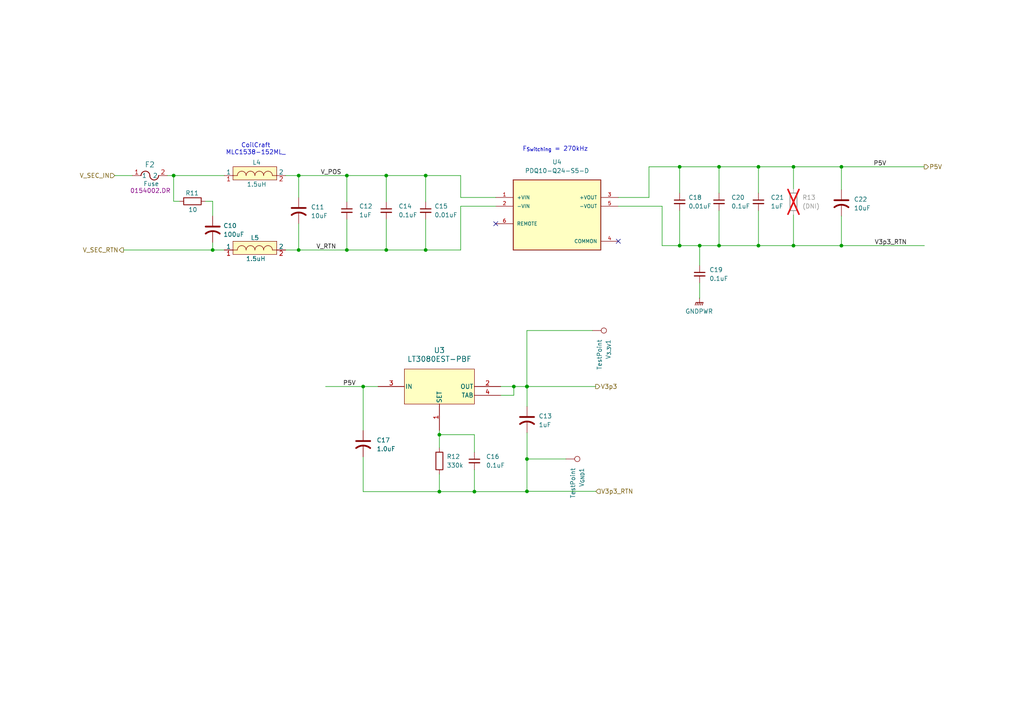
<source format=kicad_sch>
(kicad_sch
	(version 20250114)
	(generator "eeschema")
	(generator_version "9.0")
	(uuid "7bb59dea-7147-4cb1-a2db-ed89f0d04fc7")
	(paper "A4")
	(lib_symbols
		(symbol "Analog_Devices:LT3080EST-PBF"
			(pin_names
				(offset 0.254)
			)
			(exclude_from_sim no)
			(in_bom yes)
			(on_board yes)
			(property "Reference" "U"
				(at 10.16 16.51 0)
				(effects
					(font
						(size 1.524 1.524)
					)
				)
			)
			(property "Value" "LT3080EST-PBF"
				(at 10.16 13.97 0)
				(effects
					(font
						(size 1.524 1.524)
					)
				)
			)
			(property "Footprint" "SOT-3_ST_LIT"
				(at -14.224 13.208 0)
				(effects
					(font
						(size 1.27 1.27)
						(italic yes)
					)
					(hide yes)
				)
			)
			(property "Datasheet" "https://www.analog.com/media/en/technical-documentation/data-sheets/lt3080.pdf"
				(at -10.922 19.558 0)
				(effects
					(font
						(size 1.27 1.27)
						(italic yes)
					)
					(hide yes)
				)
			)
			(property "Description" "IC REG LIN POS ADJ 1.1A SOT223-3"
				(at -17.78 6.35 0)
				(effects
					(font
						(size 1.27 1.27)
					)
					(hide yes)
				)
			)
			(property "Manufacturer" "Analog Devices Inc."
				(at 0 0 0)
				(effects
					(font
						(size 1.27 1.27)
					)
					(hide yes)
				)
			)
			(property "Man. Part Num" "LT3080EST#PBF"
				(at 0 0 0)
				(effects
					(font
						(size 1.27 1.27)
					)
					(hide yes)
				)
			)
			(property "Distributor" "Digi-Key"
				(at 0 0 0)
				(effects
					(font
						(size 1.27 1.27)
					)
					(hide yes)
				)
			)
			(property "Dist. Part Num" "505-LT3080EST#PBF-ND"
				(at 0 0 0)
				(effects
					(font
						(size 1.27 1.27)
					)
					(hide yes)
				)
			)
			(property "Part Type" "SMD"
				(at 0 0 0)
				(effects
					(font
						(size 1.27 1.27)
					)
					(hide yes)
				)
			)
			(property "Package" "SOT223-3"
				(at 0 0 0)
				(effects
					(font
						(size 1.27 1.27)
					)
					(hide yes)
				)
			)
			(property "Notes" ""
				(at 0 0 0)
				(effects
					(font
						(size 1.27 1.27)
					)
					(hide yes)
				)
			)
			(property "ki_keywords" "LT3080EST#PBF"
				(at 0 0 0)
				(effects
					(font
						(size 1.27 1.27)
					)
					(hide yes)
				)
			)
			(property "ki_fp_filters" "SOT-3_ST_LIT SOT-3_ST_LIT-M SOT-3_ST_LIT-L"
				(at 0 0 0)
				(effects
					(font
						(size 1.27 1.27)
					)
					(hide yes)
				)
			)
			(symbol "LT3080EST-PBF_0_1"
				(pin power_in line
					(at -7.62 5.08 0)
					(length 7.62)
					(name "IN"
						(effects
							(font
								(size 1.27 1.27)
							)
						)
					)
					(number "3"
						(effects
							(font
								(size 1.27 1.27)
							)
						)
					)
				)
				(pin input line
					(at 10.16 -7.62 90)
					(length 7.62)
					(name "SET"
						(effects
							(font
								(size 1.27 1.27)
							)
						)
					)
					(number "1"
						(effects
							(font
								(size 1.27 1.27)
							)
						)
					)
				)
				(pin output line
					(at 27.94 5.08 180)
					(length 7.62)
					(name "OUT"
						(effects
							(font
								(size 1.27 1.27)
							)
						)
					)
					(number "2"
						(effects
							(font
								(size 1.27 1.27)
							)
						)
					)
				)
			)
			(symbol "LT3080EST-PBF_1_1"
				(rectangle
					(start 0 10.16)
					(end 20.32 0)
					(stroke
						(width 0)
						(type default)
					)
					(fill
						(type background)
					)
				)
				(pin output line
					(at 27.94 2.54 180)
					(length 7.62)
					(name "TAB"
						(effects
							(font
								(size 1.27 1.27)
							)
						)
					)
					(number "4"
						(effects
							(font
								(size 1.27 1.27)
							)
						)
					)
				)
			)
			(embedded_fonts no)
		)
		(symbol "CUI:PDQ10-Q24-D5-D"
			(pin_names
				(offset 1.016)
			)
			(exclude_from_sim no)
			(in_bom yes)
			(on_board yes)
			(property "Reference" "U"
				(at -12.7422 10.1937 0)
				(effects
					(font
						(size 1.27 1.27)
					)
					(justify left bottom)
				)
			)
			(property "Value" "PDQ30-Q24-S5-D"
				(at -12.7115 -12.7115 0)
				(effects
					(font
						(size 1.27 1.27)
					)
					(justify left bottom)
				)
			)
			(property "Footprint" "PDQ10-Q24-D5-D:CONV_PDQ10-Q24-D5-D"
				(at 0 0 0)
				(effects
					(font
						(size 1.27 1.27)
					)
					(justify bottom)
					(hide yes)
				)
			)
			(property "Datasheet" "https://www.belfuse.com/media/datasheets/products/power-supplies/PDQ30-D.pdf"
				(at 0 0 0)
				(effects
					(font
						(size 1.27 1.27)
					)
					(hide yes)
				)
			)
			(property "Description" "Isolated Module DC DC Converter 1 Output 5V 6A 9V - 36V Input"
				(at 0 0 0)
				(effects
					(font
						(size 1.27 1.27)
					)
					(hide yes)
				)
			)
			(property "PARTREV" "1.0"
				(at 0 0 0)
				(effects
					(font
						(size 1.27 1.27)
					)
					(justify bottom)
					(hide yes)
				)
			)
			(property "Manufacturer" "CUI Inc"
				(at 0 0 0)
				(effects
					(font
						(size 1.27 1.27)
					)
					(justify bottom)
					(hide yes)
				)
			)
			(property "Man. Part Num" "PDQ30-Q24-S5-D"
				(at 0 0 0)
				(effects
					(font
						(size 1.27 1.27)
					)
					(justify bottom)
					(hide yes)
				)
			)
			(property "Distributor" "Digi-Key"
				(at 0 0 0)
				(effects
					(font
						(size 1.27 1.27)
					)
					(hide yes)
				)
			)
			(property "Dist. Part Num" "102-3891-ND"
				(at 0 0 0)
				(effects
					(font
						(size 1.27 1.27)
					)
					(hide yes)
				)
			)
			(property "Part Type" "Through-Hole"
				(at 0 0 0)
				(effects
					(font
						(size 1.27 1.27)
					)
					(hide yes)
				)
			)
			(property "Package" "-"
				(at 0 0 0)
				(effects
					(font
						(size 1.27 1.27)
					)
					(hide yes)
				)
			)
			(property "Notes" ""
				(at 0 0 0)
				(effects
					(font
						(size 1.27 1.27)
					)
					(hide yes)
				)
			)
			(symbol "PDQ10-Q24-D5-D_0_0"
				(rectangle
					(start -12.7 -10.16)
					(end 12.7 10.16)
					(stroke
						(width 0.254)
						(type default)
					)
					(fill
						(type background)
					)
				)
				(pin input line
					(at -17.78 5.08 0)
					(length 5.08)
					(name "+VIN"
						(effects
							(font
								(size 1.016 1.016)
							)
						)
					)
					(number "1"
						(effects
							(font
								(size 1.016 1.016)
							)
						)
					)
				)
				(pin input line
					(at -17.78 2.54 0)
					(length 5.08)
					(name "-VIN"
						(effects
							(font
								(size 1.016 1.016)
							)
						)
					)
					(number "2"
						(effects
							(font
								(size 1.016 1.016)
							)
						)
					)
				)
				(pin input line
					(at -17.78 -2.54 0)
					(length 5.08)
					(name "REMOTE"
						(effects
							(font
								(size 1.016 1.016)
							)
						)
					)
					(number "6"
						(effects
							(font
								(size 1.016 1.016)
							)
						)
					)
				)
				(pin output line
					(at 17.78 5.08 180)
					(length 5.08)
					(name "+VOUT"
						(effects
							(font
								(size 1.016 1.016)
							)
						)
					)
					(number "3"
						(effects
							(font
								(size 1.016 1.016)
							)
						)
					)
				)
				(pin output line
					(at 17.78 2.54 180)
					(length 5.08)
					(name "-VOUT"
						(effects
							(font
								(size 1.016 1.016)
							)
						)
					)
					(number "5"
						(effects
							(font
								(size 1.016 1.016)
							)
						)
					)
				)
				(pin power_in line
					(at 17.78 -7.62 180)
					(length 5.08)
					(name "COMMON"
						(effects
							(font
								(size 1.016 1.016)
							)
						)
					)
					(number "4"
						(effects
							(font
								(size 1.016 1.016)
							)
						)
					)
				)
			)
			(embedded_fonts no)
		)
		(symbol "CoilCraft:MLC7542"
			(pin_names
				(offset 0)
			)
			(exclude_from_sim no)
			(in_bom yes)
			(on_board yes)
			(property "Reference" "L"
				(at 5.334 3.81 0)
				(effects
					(font
						(size 1.27 1.27)
					)
				)
			)
			(property "Value" ""
				(at 6.35 3.302 0)
				(effects
					(font
						(size 1.27 1.27)
					)
				)
			)
			(property "Footprint" ""
				(at 6.35 3.302 0)
				(effects
					(font
						(size 1.27 1.27)
					)
					(hide yes)
				)
			)
			(property "Datasheet" ""
				(at 6.35 3.302 0)
				(effects
					(font
						(size 1.27 1.27)
					)
					(hide yes)
				)
			)
			(property "Description" ""
				(at 6.35 3.302 0)
				(effects
					(font
						(size 1.27 1.27)
					)
					(hide yes)
				)
			)
			(property "Manufacturer" "Coil Craft"
				(at 0 0 0)
				(effects
					(font
						(size 1.27 1.27)
					)
					(hide yes)
				)
			)
			(property "Man. Part Num" ""
				(at 0 0 0)
				(effects
					(font
						(size 1.27 1.27)
					)
					(hide yes)
				)
			)
			(property "Distributor" "Coil Craft"
				(at 0 0 0)
				(effects
					(font
						(size 1.27 1.27)
					)
					(hide yes)
				)
			)
			(property "Dist. Part Num" ""
				(at 0 0 0)
				(effects
					(font
						(size 1.27 1.27)
					)
					(hide yes)
				)
			)
			(property "Package" ""
				(at 0 0 0)
				(effects
					(font
						(size 1.27 1.27)
					)
					(hide yes)
				)
			)
			(property "Notes" ""
				(at 0 0 0)
				(effects
					(font
						(size 1.27 1.27)
					)
					(hide yes)
				)
			)
			(property "Part Type" "SMD"
				(at 0 0 0)
				(effects
					(font
						(size 1.27 1.27)
					)
					(hide yes)
				)
			)
			(symbol "MLC7542_0_1"
				(arc
					(start 1.27 0)
					(mid 1.642 0.898)
					(end 2.54 1.27)
					(stroke
						(width 0)
						(type default)
					)
					(fill
						(type none)
					)
				)
				(arc
					(start 2.54 1.27)
					(mid 3.438 0.898)
					(end 3.81 0)
					(stroke
						(width 0)
						(type default)
					)
					(fill
						(type none)
					)
				)
				(arc
					(start 3.81 0)
					(mid 4.182 0.898)
					(end 5.08 1.27)
					(stroke
						(width 0)
						(type default)
					)
					(fill
						(type none)
					)
				)
				(arc
					(start 5.08 1.27)
					(mid 5.978 0.898)
					(end 6.35 0)
					(stroke
						(width 0)
						(type default)
					)
					(fill
						(type none)
					)
				)
				(arc
					(start 6.35 0)
					(mid 6.722 0.898)
					(end 7.62 1.27)
					(stroke
						(width 0)
						(type default)
					)
					(fill
						(type none)
					)
				)
				(arc
					(start 7.62 1.27)
					(mid 8.518 0.898)
					(end 8.89 0)
					(stroke
						(width 0)
						(type default)
					)
					(fill
						(type none)
					)
				)
				(arc
					(start 8.89 0)
					(mid 9.262 0.898)
					(end 10.16 1.27)
					(stroke
						(width 0)
						(type default)
					)
					(fill
						(type none)
					)
				)
				(arc
					(start 10.16 1.27)
					(mid 11.058 0.898)
					(end 11.43 0)
					(stroke
						(width 0)
						(type default)
					)
					(fill
						(type none)
					)
				)
			)
			(symbol "MLC7542_1_1"
				(rectangle
					(start 0 2.54)
					(end 12.7 -1.27)
					(stroke
						(width 0)
						(type default)
					)
					(fill
						(type background)
					)
				)
				(polyline
					(pts
						(xy 1.27 0) (xy 0 0)
					)
					(stroke
						(width 0)
						(type default)
					)
					(fill
						(type none)
					)
				)
				(polyline
					(pts
						(xy 11.43 0) (xy 12.7 0)
					)
					(stroke
						(width 0)
						(type default)
					)
					(fill
						(type none)
					)
				)
				(pin bidirectional line
					(at -2.54 0 0)
					(length 2.54)
					(name "1"
						(effects
							(font
								(size 1.27 1.27)
							)
						)
					)
					(number "1"
						(effects
							(font
								(size 1.27 1.27)
							)
						)
					)
				)
				(pin bidirectional line
					(at 15.24 0 180)
					(length 2.54)
					(name "2"
						(effects
							(font
								(size 1.27 1.27)
							)
						)
					)
					(number "2"
						(effects
							(font
								(size 1.27 1.27)
							)
						)
					)
				)
			)
			(embedded_fonts no)
		)
		(symbol "Device:C_Small"
			(pin_numbers
				(hide yes)
			)
			(pin_names
				(offset 0.254)
				(hide yes)
			)
			(exclude_from_sim no)
			(in_bom yes)
			(on_board yes)
			(property "Reference" "C"
				(at 0.254 1.778 0)
				(effects
					(font
						(size 1.27 1.27)
					)
					(justify left)
				)
			)
			(property "Value" "C_Small"
				(at 0.254 -2.032 0)
				(effects
					(font
						(size 1.27 1.27)
					)
					(justify left)
				)
			)
			(property "Footprint" ""
				(at 0 0 0)
				(effects
					(font
						(size 1.27 1.27)
					)
					(hide yes)
				)
			)
			(property "Datasheet" "~"
				(at 0 0 0)
				(effects
					(font
						(size 1.27 1.27)
					)
					(hide yes)
				)
			)
			(property "Description" "Unpolarized capacitor, small symbol"
				(at 0 0 0)
				(effects
					(font
						(size 1.27 1.27)
					)
					(hide yes)
				)
			)
			(property "ki_keywords" "capacitor cap"
				(at 0 0 0)
				(effects
					(font
						(size 1.27 1.27)
					)
					(hide yes)
				)
			)
			(property "ki_fp_filters" "C_*"
				(at 0 0 0)
				(effects
					(font
						(size 1.27 1.27)
					)
					(hide yes)
				)
			)
			(symbol "C_Small_0_1"
				(polyline
					(pts
						(xy -1.524 0.508) (xy 1.524 0.508)
					)
					(stroke
						(width 0.3048)
						(type default)
					)
					(fill
						(type none)
					)
				)
				(polyline
					(pts
						(xy -1.524 -0.508) (xy 1.524 -0.508)
					)
					(stroke
						(width 0.3302)
						(type default)
					)
					(fill
						(type none)
					)
				)
			)
			(symbol "C_Small_1_1"
				(pin passive line
					(at 0 2.54 270)
					(length 2.032)
					(name "~"
						(effects
							(font
								(size 1.27 1.27)
							)
						)
					)
					(number "1"
						(effects
							(font
								(size 1.27 1.27)
							)
						)
					)
				)
				(pin passive line
					(at 0 -2.54 90)
					(length 2.032)
					(name "~"
						(effects
							(font
								(size 1.27 1.27)
							)
						)
					)
					(number "2"
						(effects
							(font
								(size 1.27 1.27)
							)
						)
					)
				)
			)
			(embedded_fonts no)
		)
		(symbol "Device:R"
			(pin_numbers
				(hide yes)
			)
			(pin_names
				(offset 0)
			)
			(exclude_from_sim no)
			(in_bom yes)
			(on_board yes)
			(property "Reference" "R"
				(at 2.032 0 90)
				(effects
					(font
						(size 1.27 1.27)
					)
				)
			)
			(property "Value" "R"
				(at 0 0 90)
				(effects
					(font
						(size 1.27 1.27)
					)
				)
			)
			(property "Footprint" ""
				(at -1.778 0 90)
				(effects
					(font
						(size 1.27 1.27)
					)
					(hide yes)
				)
			)
			(property "Datasheet" "~"
				(at 0 0 0)
				(effects
					(font
						(size 1.27 1.27)
					)
					(hide yes)
				)
			)
			(property "Description" "Resistor"
				(at 0 0 0)
				(effects
					(font
						(size 1.27 1.27)
					)
					(hide yes)
				)
			)
			(property "ki_keywords" "R res resistor"
				(at 0 0 0)
				(effects
					(font
						(size 1.27 1.27)
					)
					(hide yes)
				)
			)
			(property "ki_fp_filters" "R_*"
				(at 0 0 0)
				(effects
					(font
						(size 1.27 1.27)
					)
					(hide yes)
				)
			)
			(symbol "R_0_1"
				(rectangle
					(start -1.016 -2.54)
					(end 1.016 2.54)
					(stroke
						(width 0.254)
						(type default)
					)
					(fill
						(type none)
					)
				)
			)
			(symbol "R_1_1"
				(pin passive line
					(at 0 3.81 270)
					(length 1.27)
					(name "~"
						(effects
							(font
								(size 1.27 1.27)
							)
						)
					)
					(number "1"
						(effects
							(font
								(size 1.27 1.27)
							)
						)
					)
				)
				(pin passive line
					(at 0 -3.81 90)
					(length 1.27)
					(name "~"
						(effects
							(font
								(size 1.27 1.27)
							)
						)
					)
					(number "2"
						(effects
							(font
								(size 1.27 1.27)
							)
						)
					)
				)
			)
			(embedded_fonts no)
		)
		(symbol "Little_Fuse:0154002.DR"
			(pin_names
				(offset 0.254)
			)
			(exclude_from_sim no)
			(in_bom yes)
			(on_board yes)
			(property "Reference" "F"
				(at 5.08 3.175 0)
				(effects
					(font
						(size 1.524 1.524)
					)
				)
			)
			(property "Value" "0154002.DR"
				(at 5.08 -3.175 0)
				(effects
					(font
						(size 1.524 1.524)
					)
				)
			)
			(property "Footprint" "0154Series_LTF"
				(at 0 0 0)
				(effects
					(font
						(size 1.27 1.27)
						(italic yes)
					)
					(hide yes)
				)
			)
			(property "Datasheet" "https://www.littelfuse.com/assetdocs/littelfuse-fuse-154-series-data-sheet?assetguid=a8a8a462-7295-481b-a91b-d770dabf005b"
				(at 0 0 0)
				(effects
					(font
						(size 1.27 1.27)
						(italic yes)
					)
					(hide yes)
				)
			)
			(property "Description" "2 A 125 V AC 125 V DC Fuse Board Mount (Cartridge Style Excluded) Requires Holder, Surface Mount 2-SMD, Square End Block with Holder"
				(at 0 0 0)
				(effects
					(font
						(size 1.27 1.27)
					)
					(hide yes)
				)
			)
			(property "Manufacturer" "Little Fuse"
				(at 0 0 0)
				(effects
					(font
						(size 1.27 1.27)
					)
					(hide yes)
				)
			)
			(property "Man. Part Num" "0154002.DR"
				(at 0 0 0)
				(effects
					(font
						(size 1.27 1.27)
					)
					(hide yes)
				)
			)
			(property "Distributor" "Digi-Key"
				(at 0 0 0)
				(effects
					(font
						(size 1.27 1.27)
					)
					(hide yes)
				)
			)
			(property "Dist. Part Num" "F1224CT-ND"
				(at 0 0 0)
				(effects
					(font
						(size 1.27 1.27)
					)
					(hide yes)
				)
			)
			(property "Part Type" "SMD"
				(at 0 0 0)
				(effects
					(font
						(size 1.27 1.27)
					)
					(hide yes)
				)
			)
			(property "Package" "Surface Mount 2-SMD, Square End Block with Holder"
				(at 0 0 0)
				(effects
					(font
						(size 1.27 1.27)
					)
					(hide yes)
				)
			)
			(property "Notes" ""
				(at 0 0 0)
				(effects
					(font
						(size 1.27 1.27)
					)
					(hide yes)
				)
			)
			(property "ki_keywords" "0154002.DR"
				(at 0 0 0)
				(effects
					(font
						(size 1.27 1.27)
					)
					(hide yes)
				)
			)
			(property "ki_fp_filters" "0154Series_LTF"
				(at 0 0 0)
				(effects
					(font
						(size 1.27 1.27)
					)
					(hide yes)
				)
			)
			(symbol "0154002.DR_1_1"
				(arc
					(start 2.54 0)
					(mid 3.81 1.2645)
					(end 5.08 0)
					(stroke
						(width 0.254)
						(type default)
					)
					(fill
						(type none)
					)
				)
				(arc
					(start 7.62 0)
					(mid 6.35 -1.2645)
					(end 5.08 0)
					(stroke
						(width 0.254)
						(type default)
					)
					(fill
						(type none)
					)
				)
				(pin unspecified line
					(at 0 0 0)
					(length 2.54)
					(name "1"
						(effects
							(font
								(size 1.27 1.27)
							)
						)
					)
					(number "1"
						(effects
							(font
								(size 1.27 1.27)
							)
						)
					)
				)
				(pin unspecified line
					(at 10.16 0 180)
					(length 2.54)
					(name "2"
						(effects
							(font
								(size 1.27 1.27)
							)
						)
					)
					(number "2"
						(effects
							(font
								(size 1.27 1.27)
							)
						)
					)
				)
			)
			(symbol "0154002.DR_1_2"
				(arc
					(start 0 7.62)
					(mid 1.2645 6.35)
					(end 0 5.08)
					(stroke
						(width 0.254)
						(type default)
					)
					(fill
						(type none)
					)
				)
				(arc
					(start 0 2.54)
					(mid -1.2645 3.81)
					(end 0 5.08)
					(stroke
						(width 0.254)
						(type default)
					)
					(fill
						(type none)
					)
				)
				(pin unspecified line
					(at 0 10.16 270)
					(length 2.54)
					(name "2"
						(effects
							(font
								(size 1.27 1.27)
							)
						)
					)
					(number "2"
						(effects
							(font
								(size 1.27 1.27)
							)
						)
					)
				)
				(pin unspecified line
					(at 0 0 90)
					(length 2.54)
					(name "1"
						(effects
							(font
								(size 1.27 1.27)
							)
						)
					)
					(number "1"
						(effects
							(font
								(size 1.27 1.27)
							)
						)
					)
				)
			)
			(embedded_fonts no)
		)
		(symbol "MLC7542_1"
			(pin_names
				(offset 0)
			)
			(exclude_from_sim no)
			(in_bom yes)
			(on_board yes)
			(property "Reference" "L"
				(at 5.334 3.81 0)
				(effects
					(font
						(size 1.27 1.27)
					)
				)
			)
			(property "Value" ""
				(at 6.35 3.302 0)
				(effects
					(font
						(size 1.27 1.27)
					)
				)
			)
			(property "Footprint" ""
				(at 6.35 3.302 0)
				(effects
					(font
						(size 1.27 1.27)
					)
					(hide yes)
				)
			)
			(property "Datasheet" ""
				(at 6.35 3.302 0)
				(effects
					(font
						(size 1.27 1.27)
					)
					(hide yes)
				)
			)
			(property "Description" ""
				(at 6.35 3.302 0)
				(effects
					(font
						(size 1.27 1.27)
					)
					(hide yes)
				)
			)
			(property "Manufacturer" "Coil Craft"
				(at 0 0 0)
				(effects
					(font
						(size 1.27 1.27)
					)
					(hide yes)
				)
			)
			(property "Man. Part Num" ""
				(at 0 0 0)
				(effects
					(font
						(size 1.27 1.27)
					)
					(hide yes)
				)
			)
			(property "Distributor" "Coil Craft"
				(at 0 0 0)
				(effects
					(font
						(size 1.27 1.27)
					)
					(hide yes)
				)
			)
			(property "Dist. Part Num" ""
				(at 0 0 0)
				(effects
					(font
						(size 1.27 1.27)
					)
					(hide yes)
				)
			)
			(property "Package" ""
				(at 0 0 0)
				(effects
					(font
						(size 1.27 1.27)
					)
					(hide yes)
				)
			)
			(property "Notes" ""
				(at 0 0 0)
				(effects
					(font
						(size 1.27 1.27)
					)
					(hide yes)
				)
			)
			(property "Part Type" "SMD"
				(at 0 0 0)
				(effects
					(font
						(size 1.27 1.27)
					)
					(hide yes)
				)
			)
			(symbol "MLC7542_1_0_1"
				(arc
					(start 1.27 0)
					(mid 1.642 0.898)
					(end 2.54 1.27)
					(stroke
						(width 0)
						(type default)
					)
					(fill
						(type none)
					)
				)
				(arc
					(start 2.54 1.27)
					(mid 3.438 0.898)
					(end 3.81 0)
					(stroke
						(width 0)
						(type default)
					)
					(fill
						(type none)
					)
				)
				(arc
					(start 3.81 0)
					(mid 4.182 0.898)
					(end 5.08 1.27)
					(stroke
						(width 0)
						(type default)
					)
					(fill
						(type none)
					)
				)
				(arc
					(start 5.08 1.27)
					(mid 5.978 0.898)
					(end 6.35 0)
					(stroke
						(width 0)
						(type default)
					)
					(fill
						(type none)
					)
				)
				(arc
					(start 6.35 0)
					(mid 6.722 0.898)
					(end 7.62 1.27)
					(stroke
						(width 0)
						(type default)
					)
					(fill
						(type none)
					)
				)
				(arc
					(start 7.62 1.27)
					(mid 8.518 0.898)
					(end 8.89 0)
					(stroke
						(width 0)
						(type default)
					)
					(fill
						(type none)
					)
				)
				(arc
					(start 8.89 0)
					(mid 9.262 0.898)
					(end 10.16 1.27)
					(stroke
						(width 0)
						(type default)
					)
					(fill
						(type none)
					)
				)
				(arc
					(start 10.16 1.27)
					(mid 11.058 0.898)
					(end 11.43 0)
					(stroke
						(width 0)
						(type default)
					)
					(fill
						(type none)
					)
				)
			)
			(symbol "MLC7542_1_1_1"
				(rectangle
					(start 0 2.54)
					(end 12.7 -1.27)
					(stroke
						(width 0)
						(type default)
					)
					(fill
						(type background)
					)
				)
				(polyline
					(pts
						(xy 1.27 0) (xy 0 0)
					)
					(stroke
						(width 0)
						(type default)
					)
					(fill
						(type none)
					)
				)
				(polyline
					(pts
						(xy 11.43 0) (xy 12.7 0)
					)
					(stroke
						(width 0)
						(type default)
					)
					(fill
						(type none)
					)
				)
				(pin bidirectional line
					(at -2.54 0 0)
					(length 2.54)
					(name "1"
						(effects
							(font
								(size 1.27 1.27)
							)
						)
					)
					(number "1"
						(effects
							(font
								(size 1.27 1.27)
							)
						)
					)
				)
				(pin bidirectional line
					(at 15.24 0 180)
					(length 2.54)
					(name "2"
						(effects
							(font
								(size 1.27 1.27)
							)
						)
					)
					(number "2"
						(effects
							(font
								(size 1.27 1.27)
							)
						)
					)
				)
			)
			(embedded_fonts no)
		)
		(symbol "Passive_Parts:C"
			(pin_numbers
				(hide yes)
			)
			(pin_names
				(offset 0)
				(hide yes)
			)
			(exclude_from_sim no)
			(in_bom yes)
			(on_board yes)
			(property "Reference" "C"
				(at 2.54 5.08 0)
				(effects
					(font
						(size 1.27 1.27)
					)
				)
			)
			(property "Value" ""
				(at 0 0 0)
				(effects
					(font
						(size 1.27 1.27)
					)
				)
			)
			(property "Footprint" ""
				(at 0 0 0)
				(effects
					(font
						(size 1.27 1.27)
					)
					(hide yes)
				)
			)
			(property "Datasheet" ""
				(at 0 0 0)
				(effects
					(font
						(size 1.27 1.27)
					)
					(hide yes)
				)
			)
			(property "Description" ""
				(at 0 0 0)
				(effects
					(font
						(size 1.27 1.27)
					)
					(hide yes)
				)
			)
			(property "Manufacturer" ""
				(at 0 0 0)
				(effects
					(font
						(size 1.27 1.27)
					)
					(hide yes)
				)
			)
			(property "Man. Part Num" ""
				(at 0 0 0)
				(effects
					(font
						(size 1.27 1.27)
					)
					(hide yes)
				)
			)
			(property "Distributor" "Digi-Key"
				(at 0 0 0)
				(effects
					(font
						(size 1.27 1.27)
					)
					(hide yes)
				)
			)
			(property "Dist. Part Num" ""
				(at 0 0 0)
				(effects
					(font
						(size 1.27 1.27)
					)
					(hide yes)
				)
			)
			(property "Package" ""
				(at 0 0 0)
				(effects
					(font
						(size 1.27 1.27)
					)
					(hide yes)
				)
			)
			(property "Part Type" "SMD"
				(at 0 0 0)
				(effects
					(font
						(size 1.27 1.27)
					)
					(hide yes)
				)
			)
			(property "Notes" ""
				(at 0 0 0)
				(effects
					(font
						(size 1.27 1.27)
					)
					(hide yes)
				)
			)
			(symbol "C_0_1"
				(polyline
					(pts
						(xy 2.032 1.016) (xy 2.032 4.064)
					)
					(stroke
						(width 0.3048)
						(type default)
					)
					(fill
						(type none)
					)
				)
				(polyline
					(pts
						(xy 3.048 1.016) (xy 3.048 4.064)
					)
					(stroke
						(width 0.3302)
						(type default)
					)
					(fill
						(type none)
					)
				)
			)
			(symbol "C_1_1"
				(pin passive line
					(at 0 2.54 0)
					(length 2.032)
					(name "~"
						(effects
							(font
								(size 1.27 1.27)
							)
						)
					)
					(number "1"
						(effects
							(font
								(size 1.27 1.27)
							)
						)
					)
				)
				(pin passive line
					(at 5.08 2.54 180)
					(length 2.032)
					(name "~"
						(effects
							(font
								(size 1.27 1.27)
							)
						)
					)
					(number "2"
						(effects
							(font
								(size 1.27 1.27)
							)
						)
					)
				)
			)
			(embedded_fonts no)
		)
		(symbol "Passive_Parts:C_Tantalum"
			(pin_numbers
				(hide yes)
			)
			(pin_names
				(offset 0)
				(hide yes)
			)
			(exclude_from_sim no)
			(in_bom yes)
			(on_board yes)
			(property "Reference" "C"
				(at 0 0 0)
				(effects
					(font
						(size 1.27 1.27)
					)
				)
			)
			(property "Value" ""
				(at 0 0 0)
				(effects
					(font
						(size 1.27 1.27)
					)
				)
			)
			(property "Footprint" ""
				(at 0 0 0)
				(effects
					(font
						(size 1.27 1.27)
					)
					(hide yes)
				)
			)
			(property "Datasheet" ""
				(at 0 0 0)
				(effects
					(font
						(size 1.27 1.27)
					)
					(hide yes)
				)
			)
			(property "Description" ""
				(at 0 0 0)
				(effects
					(font
						(size 1.27 1.27)
					)
					(hide yes)
				)
			)
			(property "Manufacturer" ""
				(at 0 0 0)
				(effects
					(font
						(size 1.27 1.27)
					)
					(hide yes)
				)
			)
			(property "Man. Part Num" ""
				(at 0 0 0)
				(effects
					(font
						(size 1.27 1.27)
					)
					(hide yes)
				)
			)
			(property "Distributor" "Digi-Key"
				(at 0 0 0)
				(effects
					(font
						(size 1.27 1.27)
					)
					(hide yes)
				)
			)
			(property "Dist. Part Num" ""
				(at 0 0 0)
				(effects
					(font
						(size 1.27 1.27)
					)
					(hide yes)
				)
			)
			(property "Part Type" ""
				(at 0 0 0)
				(effects
					(font
						(size 1.27 1.27)
					)
					(hide yes)
				)
			)
			(property "Package" ""
				(at 0 0 0)
				(effects
					(font
						(size 1.27 1.27)
					)
					(hide yes)
				)
			)
			(property "Notes" ""
				(at 0 0 0)
				(effects
					(font
						(size 1.27 1.27)
					)
					(hide yes)
				)
			)
			(symbol "C_Tantalum_0_1"
				(polyline
					(pts
						(xy 4.318 0.508) (xy 4.318 4.572)
					)
					(stroke
						(width 0.508)
						(type default)
					)
					(fill
						(type none)
					)
				)
				(arc
					(start 6.35 0.508)
					(mid 5.6372 2.54)
					(end 6.35 4.572)
					(stroke
						(width 0.508)
						(type default)
					)
					(fill
						(type none)
					)
				)
			)
			(symbol "C_Tantalum_1_1"
				(pin passive line
					(at 1.27 2.54 0)
					(length 2.794)
					(name "~"
						(effects
							(font
								(size 1.27 1.27)
							)
						)
					)
					(number "1"
						(effects
							(font
								(size 1.27 1.27)
							)
						)
					)
				)
				(pin passive line
					(at 8.89 2.54 180)
					(length 3.302)
					(name "~"
						(effects
							(font
								(size 1.27 1.27)
							)
						)
					)
					(number "2"
						(effects
							(font
								(size 1.27 1.27)
							)
						)
					)
				)
			)
			(embedded_fonts no)
		)
		(symbol "Passive_Parts:R"
			(pin_numbers
				(hide yes)
			)
			(pin_names
				(offset 0)
				(hide yes)
			)
			(exclude_from_sim no)
			(in_bom yes)
			(on_board yes)
			(property "Reference" "R"
				(at 2.54 5.08 0)
				(effects
					(font
						(size 1.27 1.27)
					)
				)
			)
			(property "Value" ""
				(at 0 0 0)
				(effects
					(font
						(size 1.27 1.27)
					)
				)
			)
			(property "Footprint" ""
				(at 0 0 0)
				(effects
					(font
						(size 1.27 1.27)
					)
					(hide yes)
				)
			)
			(property "Datasheet" ""
				(at 0 0 0)
				(effects
					(font
						(size 1.27 1.27)
					)
					(hide yes)
				)
			)
			(property "Description" ""
				(at 0 0 0)
				(effects
					(font
						(size 1.27 1.27)
					)
					(hide yes)
				)
			)
			(property "Manufacturer" ""
				(at 0 0 0)
				(effects
					(font
						(size 1.27 1.27)
					)
					(hide yes)
				)
			)
			(property "Man. Part Num" ""
				(at 0 0 0)
				(effects
					(font
						(size 1.27 1.27)
					)
					(hide yes)
				)
			)
			(property "Distributor" "Digi-Key"
				(at 0 0 0)
				(effects
					(font
						(size 1.27 1.27)
					)
					(hide yes)
				)
			)
			(property "Dist. Part Num" ""
				(at 0 0 0)
				(effects
					(font
						(size 1.27 1.27)
					)
					(hide yes)
				)
			)
			(property "Part Type" "SMD"
				(at 0 0 0)
				(effects
					(font
						(size 1.27 1.27)
					)
					(hide yes)
				)
			)
			(property "Notes" ""
				(at 0 0 0)
				(effects
					(font
						(size 1.27 1.27)
					)
					(hide yes)
				)
			)
			(property "Package" ""
				(at 0 0 0)
				(effects
					(font
						(size 1.27 1.27)
					)
					(hide yes)
				)
			)
			(symbol "R_0_1"
				(rectangle
					(start 5.08 1.524)
					(end 0 3.556)
					(stroke
						(width 0.254)
						(type default)
					)
					(fill
						(type none)
					)
				)
			)
			(symbol "R_1_1"
				(pin passive line
					(at -1.27 2.54 0)
					(length 1.27)
					(name "~"
						(effects
							(font
								(size 1.27 1.27)
							)
						)
					)
					(number "1"
						(effects
							(font
								(size 1.27 1.27)
							)
						)
					)
				)
				(pin passive line
					(at 6.35 2.54 180)
					(length 1.27)
					(name "~"
						(effects
							(font
								(size 1.27 1.27)
							)
						)
					)
					(number "2"
						(effects
							(font
								(size 1.27 1.27)
							)
						)
					)
				)
			)
			(embedded_fonts no)
		)
		(symbol "Passive_Parts:TP"
			(pin_numbers
				(hide yes)
			)
			(pin_names
				(hide yes)
			)
			(exclude_from_sim no)
			(in_bom yes)
			(on_board yes)
			(property "Reference" "TP"
				(at 2.286 3.302 0)
				(effects
					(font
						(size 1.27 1.27)
					)
				)
			)
			(property "Value" ""
				(at -2.54 0 0)
				(effects
					(font
						(size 1.27 1.27)
					)
				)
			)
			(property "Footprint" ""
				(at -2.54 0 0)
				(effects
					(font
						(size 1.27 1.27)
					)
					(hide yes)
				)
			)
			(property "Datasheet" ""
				(at -2.54 0 0)
				(effects
					(font
						(size 1.27 1.27)
					)
					(hide yes)
				)
			)
			(property "Description" ""
				(at -2.54 0 0)
				(effects
					(font
						(size 1.27 1.27)
					)
					(hide yes)
				)
			)
			(property "Manufacturer" ""
				(at 0 0 0)
				(effects
					(font
						(size 1.27 1.27)
					)
					(hide yes)
				)
			)
			(property "Man. Part Num" ""
				(at 0 0 0)
				(effects
					(font
						(size 1.27 1.27)
					)
					(hide yes)
				)
			)
			(property "Distributor" ""
				(at 0 0 0)
				(effects
					(font
						(size 1.27 1.27)
					)
					(hide yes)
				)
			)
			(property "Dist. Part Num" ""
				(at 0 0 0)
				(effects
					(font
						(size 1.27 1.27)
					)
					(hide yes)
				)
			)
			(property "Part Type" ""
				(at 0 0 0)
				(effects
					(font
						(size 1.27 1.27)
					)
					(hide yes)
				)
			)
			(property "Package" ""
				(at 0 0 0)
				(effects
					(font
						(size 1.27 1.27)
					)
					(hide yes)
				)
			)
			(property "Notes" ""
				(at 0 0 0)
				(effects
					(font
						(size 1.27 1.27)
					)
					(hide yes)
				)
			)
			(symbol "TP_0_1"
				(circle
					(center 0 3.302)
					(radius 0.762)
					(stroke
						(width 0)
						(type default)
					)
					(fill
						(type none)
					)
				)
			)
			(symbol "TP_1_1"
				(pin passive line
					(at 0 0 90)
					(length 2.54)
					(name "1"
						(effects
							(font
								(size 1.27 1.27)
							)
						)
					)
					(number "1"
						(effects
							(font
								(size 1.27 1.27)
							)
						)
					)
				)
			)
			(embedded_fonts no)
		)
		(symbol "power:GNDPWR"
			(power)
			(pin_numbers
				(hide yes)
			)
			(pin_names
				(offset 0)
				(hide yes)
			)
			(exclude_from_sim no)
			(in_bom yes)
			(on_board yes)
			(property "Reference" "#PWR"
				(at 0 -5.08 0)
				(effects
					(font
						(size 1.27 1.27)
					)
					(hide yes)
				)
			)
			(property "Value" "GNDPWR"
				(at 0 -3.302 0)
				(effects
					(font
						(size 1.27 1.27)
					)
				)
			)
			(property "Footprint" ""
				(at 0 -1.27 0)
				(effects
					(font
						(size 1.27 1.27)
					)
					(hide yes)
				)
			)
			(property "Datasheet" ""
				(at 0 -1.27 0)
				(effects
					(font
						(size 1.27 1.27)
					)
					(hide yes)
				)
			)
			(property "Description" "Power symbol creates a global label with name \"GNDPWR\" , global ground"
				(at 0 0 0)
				(effects
					(font
						(size 1.27 1.27)
					)
					(hide yes)
				)
			)
			(property "ki_keywords" "global ground"
				(at 0 0 0)
				(effects
					(font
						(size 1.27 1.27)
					)
					(hide yes)
				)
			)
			(symbol "GNDPWR_0_1"
				(polyline
					(pts
						(xy -1.016 -1.27) (xy -1.27 -2.032) (xy -1.27 -2.032)
					)
					(stroke
						(width 0.2032)
						(type default)
					)
					(fill
						(type none)
					)
				)
				(polyline
					(pts
						(xy -0.508 -1.27) (xy -0.762 -2.032) (xy -0.762 -2.032)
					)
					(stroke
						(width 0.2032)
						(type default)
					)
					(fill
						(type none)
					)
				)
				(polyline
					(pts
						(xy 0 -1.27) (xy 0 0)
					)
					(stroke
						(width 0)
						(type default)
					)
					(fill
						(type none)
					)
				)
				(polyline
					(pts
						(xy 0 -1.27) (xy -0.254 -2.032) (xy -0.254 -2.032)
					)
					(stroke
						(width 0.2032)
						(type default)
					)
					(fill
						(type none)
					)
				)
				(polyline
					(pts
						(xy 0.508 -1.27) (xy 0.254 -2.032) (xy 0.254 -2.032)
					)
					(stroke
						(width 0.2032)
						(type default)
					)
					(fill
						(type none)
					)
				)
				(polyline
					(pts
						(xy 1.016 -1.27) (xy -1.016 -1.27) (xy -1.016 -1.27)
					)
					(stroke
						(width 0.2032)
						(type default)
					)
					(fill
						(type none)
					)
				)
				(polyline
					(pts
						(xy 1.016 -1.27) (xy 0.762 -2.032) (xy 0.762 -2.032) (xy 0.762 -2.032)
					)
					(stroke
						(width 0.2032)
						(type default)
					)
					(fill
						(type none)
					)
				)
			)
			(symbol "GNDPWR_1_1"
				(pin power_in line
					(at 0 0 270)
					(length 0)
					(name "~"
						(effects
							(font
								(size 1.27 1.27)
							)
						)
					)
					(number "1"
						(effects
							(font
								(size 1.27 1.27)
							)
						)
					)
				)
			)
			(embedded_fonts no)
		)
	)
	(text "F_{Switching} = 270kHz"
		(exclude_from_sim no)
		(at 161.0525 43.3017 0)
		(effects
			(font
				(size 1.27 1.27)
			)
		)
		(uuid "039ea500-2a83-42d0-b387-a321b52bbba3")
	)
	(text "CoilCraft\nMLC1538-152ML_"
		(exclude_from_sim no)
		(at 74.1845 43.3017 0)
		(effects
			(font
				(size 1.27 1.27)
			)
		)
		(uuid "05756663-e252-40f1-bcfc-ffdb1fb97594")
	)
	(junction
		(at 112.0305 72.5117)
		(diameter 0)
		(color 0 0 0 0)
		(uuid "007eabdc-49b6-4054-bfd5-776dc39c7ddc")
	)
	(junction
		(at 100.6005 72.5117)
		(diameter 0)
		(color 0 0 0 0)
		(uuid "0dbf84bc-c1c0-4a35-9054-e0934c24d006")
	)
	(junction
		(at 244.0456 48.3817)
		(diameter 0)
		(color 0 0 0 0)
		(uuid "1b46d279-b31c-4c2b-8d45-afae07226942")
	)
	(junction
		(at 202.9296 71.2417)
		(diameter 0)
		(color 0 0 0 0)
		(uuid "1de96aaa-6516-4c74-93f9-4eb81d27d37a")
	)
	(junction
		(at 230.1405 71.2417)
		(diameter 0)
		(color 0 0 0 0)
		(uuid "2fcd46b7-5845-4784-84b7-ce6e8e5f5290")
	)
	(junction
		(at 149.0292 112.1105)
		(diameter 0)
		(color 0 0 0 0)
		(uuid "3446f003-8ef2-4d26-aa75-30b3a2074182")
	)
	(junction
		(at 152.8632 112.1105)
		(diameter 0)
		(color 0 0 0 0)
		(uuid "3703be06-f3cb-4b5b-b950-b62d9d296769")
	)
	(junction
		(at 86.6305 72.5117)
		(diameter 0)
		(color 0 0 0 0)
		(uuid "3a23e293-5aaa-4556-bd38-5c354843cbcd")
	)
	(junction
		(at 219.9805 48.3817)
		(diameter 0)
		(color 0 0 0 0)
		(uuid "55bc9164-08b9-4117-a82e-31951514eebf")
	)
	(junction
		(at 244.0456 71.2417)
		(diameter 0)
		(color 0 0 0 0)
		(uuid "60c62af4-f414-4e79-a16d-288547bff76c")
	)
	(junction
		(at 152.8392 133.1389)
		(diameter 0)
		(color 0 0 0 0)
		(uuid "635d7814-b774-402d-aef3-544f87197522")
	)
	(junction
		(at 208.5505 71.2417)
		(diameter 0)
		(color 0 0 0 0)
		(uuid "69b39267-7c7a-49c7-bb98-5f487267b684")
	)
	(junction
		(at 230.1405 48.3817)
		(diameter 0)
		(color 0 0 0 0)
		(uuid "7244b6b0-d7a6-4742-905f-39a8fc20dd3e")
	)
	(junction
		(at 123.4605 50.9217)
		(diameter 0)
		(color 0 0 0 0)
		(uuid "734acbd7-03e0-43aa-8a47-557c622cbc37")
	)
	(junction
		(at 105.3349 112.1105)
		(diameter 0)
		(color 0 0 0 0)
		(uuid "898816b7-cf2b-4d15-98d7-5beb92443fb6")
	)
	(junction
		(at 197.1205 48.3817)
		(diameter 0)
		(color 0 0 0 0)
		(uuid "8d5eb573-9587-46bc-866b-4443a8f118f2")
	)
	(junction
		(at 100.6005 50.9217)
		(diameter 0)
		(color 0 0 0 0)
		(uuid "9438a3d0-f670-47a5-b1f6-8086279482dc")
	)
	(junction
		(at 112.0305 50.9217)
		(diameter 0)
		(color 0 0 0 0)
		(uuid "95afd6f7-4863-4495-a04e-1e993c93e2a8")
	)
	(junction
		(at 137.5992 142.5905)
		(diameter 0)
		(color 0 0 0 0)
		(uuid "961194d1-0c6e-4cb1-a33a-82f9b60d3954")
	)
	(junction
		(at 127.4392 126.0805)
		(diameter 0)
		(color 0 0 0 0)
		(uuid "ae83c7bb-4751-47dd-ad55-11bcf14f4185")
	)
	(junction
		(at 86.6305 50.9217)
		(diameter 0)
		(color 0 0 0 0)
		(uuid "b354d238-620f-45b2-aa2e-1aada41abdf7")
	)
	(junction
		(at 123.4605 72.5117)
		(diameter 0)
		(color 0 0 0 0)
		(uuid "b8975056-c467-4846-9300-d882b9c9e1bf")
	)
	(junction
		(at 50.3577 50.9217)
		(diameter 0)
		(color 0 0 0 0)
		(uuid "c4b7c3d9-bc93-4543-a559-84e6fe0d58b9")
	)
	(junction
		(at 208.5505 48.3817)
		(diameter 0)
		(color 0 0 0 0)
		(uuid "c74d1031-e28d-4b4c-af4d-8478eec3d34e")
	)
	(junction
		(at 152.8392 142.5101)
		(diameter 0)
		(color 0 0 0 0)
		(uuid "d1fb3c57-4796-4d48-8e34-d6ba99c1d7fd")
	)
	(junction
		(at 197.1205 71.2417)
		(diameter 0)
		(color 0 0 0 0)
		(uuid "d3d1cc47-cdd4-418b-bb07-ba3b7fc749db")
	)
	(junction
		(at 219.9805 71.2417)
		(diameter 0)
		(color 0 0 0 0)
		(uuid "dab5d387-4f77-418f-bf11-b2c88c5d4402")
	)
	(junction
		(at 152.8202 112.1105)
		(diameter 0)
		(color 0 0 0 0)
		(uuid "de4ce46a-aa29-4f52-b4ba-e1a6a2941911")
	)
	(junction
		(at 61.6879 72.5117)
		(diameter 0)
		(color 0 0 0 0)
		(uuid "e0b9613e-ad06-46f7-bab3-7a7883299a23")
	)
	(junction
		(at 127.4392 142.5905)
		(diameter 0)
		(color 0 0 0 0)
		(uuid "ef724aeb-848f-4809-8232-25a511dfd479")
	)
	(no_connect
		(at 143.7805 64.8917)
		(uuid "1fb7147d-d5af-48d7-9b91-2df586cd291a")
	)
	(no_connect
		(at 179.3405 69.9717)
		(uuid "4a482665-1e4f-40cd-a90e-d98c2e95b722")
	)
	(wire
		(pts
			(xy 219.9805 48.3817) (xy 230.1405 48.3817)
		)
		(stroke
			(width 0)
			(type default)
		)
		(uuid "03572b45-06f4-4aa3-9fb7-3a8ea9e1937c")
	)
	(wire
		(pts
			(xy 133.6205 57.2717) (xy 143.7805 57.2717)
		)
		(stroke
			(width 0)
			(type default)
		)
		(uuid "059c3cd9-b006-4d55-b033-b9b4f12a1fb2")
	)
	(wire
		(pts
			(xy 152.8632 133.1389) (xy 152.8392 133.1389)
		)
		(stroke
			(width 0)
			(type default)
		)
		(uuid "08a2ca02-5301-4f27-a1a3-a6d89b61859f")
	)
	(wire
		(pts
			(xy 86.6305 50.9217) (xy 100.6005 50.9217)
		)
		(stroke
			(width 0)
			(type default)
		)
		(uuid "0c16cdac-caa6-43ee-823b-822bd9f70b7c")
	)
	(wire
		(pts
			(xy 197.1205 71.2417) (xy 202.9296 71.2417)
		)
		(stroke
			(width 0)
			(type default)
		)
		(uuid "0ddfce58-5a1c-4ec3-9aec-29d54d947e72")
	)
	(wire
		(pts
			(xy 86.6305 57.2717) (xy 86.6305 50.9217)
		)
		(stroke
			(width 0)
			(type default)
		)
		(uuid "0df7162e-efc0-4941-a272-da817f77dd0e")
	)
	(wire
		(pts
			(xy 219.9805 48.3817) (xy 219.9805 56.0017)
		)
		(stroke
			(width 0)
			(type default)
		)
		(uuid "0e2d57e7-9345-4e92-bd6d-83d9253f5415")
	)
	(wire
		(pts
			(xy 61.6879 58.3752) (xy 61.6879 62.6701)
		)
		(stroke
			(width 0)
			(type default)
		)
		(uuid "10d13fc0-d6ce-46ec-853a-2f015cc66a31")
	)
	(wire
		(pts
			(xy 152.8632 112.1105) (xy 172.7482 112.1105)
		)
		(stroke
			(width 0)
			(type default)
		)
		(uuid "1150e7c7-14c2-4b7d-b39c-bdb934f5ecb6")
	)
	(wire
		(pts
			(xy 171.8418 95.8717) (xy 152.8202 95.8717)
		)
		(stroke
			(width 0)
			(type default)
		)
		(uuid "127d9dfe-388c-4b9a-8f23-4537df487e26")
	)
	(wire
		(pts
			(xy 133.6205 59.8117) (xy 133.6205 72.5117)
		)
		(stroke
			(width 0)
			(type default)
		)
		(uuid "1bf750dd-d2fe-43a1-b832-67744714fdb9")
	)
	(wire
		(pts
			(xy 105.3349 112.1105) (xy 109.6592 112.1105)
		)
		(stroke
			(width 0)
			(type default)
		)
		(uuid "212aa465-1491-4b4d-89f4-b9a9777ccf75")
	)
	(wire
		(pts
			(xy 230.1405 71.2417) (xy 244.0456 71.2417)
		)
		(stroke
			(width 0)
			(type default)
		)
		(uuid "2243ec04-2660-4fcc-be19-f227240264a8")
	)
	(wire
		(pts
			(xy 152.8202 95.8717) (xy 152.8202 112.1105)
		)
		(stroke
			(width 0)
			(type default)
		)
		(uuid "22671366-8503-4855-a577-e4f48761b4ea")
	)
	(wire
		(pts
			(xy 127.4392 126.0805) (xy 127.4392 129.8905)
		)
		(stroke
			(width 0)
			(type default)
		)
		(uuid "2c91674a-c5ff-41a8-ba50-c4b2e1d922bf")
	)
	(wire
		(pts
			(xy 105.3349 142.5905) (xy 127.4392 142.5905)
		)
		(stroke
			(width 0)
			(type default)
		)
		(uuid "2ec326e3-b090-44ec-945c-65f673162fb7")
	)
	(wire
		(pts
			(xy 164.1356 133.1235) (xy 152.8392 133.1235)
		)
		(stroke
			(width 0)
			(type default)
		)
		(uuid "30c0af38-5486-43dd-b071-2876be191978")
	)
	(wire
		(pts
			(xy 179.3405 59.8117) (xy 192.0405 59.8117)
		)
		(stroke
			(width 0)
			(type default)
		)
		(uuid "3a27a6dd-baf6-44ee-8a9a-2f2b39ccbe8d")
	)
	(wire
		(pts
			(xy 100.6005 50.9217) (xy 100.6005 58.5417)
		)
		(stroke
			(width 0)
			(type default)
		)
		(uuid "3af1ca0b-c0bd-45e5-aceb-13efc60953fa")
	)
	(wire
		(pts
			(xy 188.2305 48.3817) (xy 197.1205 48.3817)
		)
		(stroke
			(width 0)
			(type default)
		)
		(uuid "3b3f7737-5c54-4910-a11f-ef059aa471ad")
	)
	(wire
		(pts
			(xy 50.3577 50.9217) (xy 65.0405 50.9217)
		)
		(stroke
			(width 0)
			(type default)
		)
		(uuid "3dc54895-4ff6-458d-986d-078004a025a1")
	)
	(wire
		(pts
			(xy 208.5505 61.0817) (xy 208.5505 71.2417)
		)
		(stroke
			(width 0)
			(type default)
		)
		(uuid "43415964-d9f7-4801-b9ac-88759ac90ccb")
	)
	(wire
		(pts
			(xy 152.8392 133.1389) (xy 152.8392 142.5101)
		)
		(stroke
			(width 0)
			(type default)
		)
		(uuid "4376377f-daa5-417f-a983-e9ba6839b11c")
	)
	(wire
		(pts
			(xy 244.0456 55.0256) (xy 244.0456 48.3817)
		)
		(stroke
			(width 0)
			(type default)
		)
		(uuid "44984432-6faf-4d56-a876-a915048fc558")
	)
	(wire
		(pts
			(xy 123.4605 50.9217) (xy 133.6205 50.9217)
		)
		(stroke
			(width 0)
			(type default)
		)
		(uuid "4551c77c-2f13-4f2b-b4c9-4bf5fd5d2f57")
	)
	(wire
		(pts
			(xy 219.9805 71.2417) (xy 230.1405 71.2417)
		)
		(stroke
			(width 0)
			(type default)
		)
		(uuid "45da81ac-5554-4b72-a85f-3c12443d8e0c")
	)
	(wire
		(pts
			(xy 197.1205 61.0817) (xy 197.1205 71.2417)
		)
		(stroke
			(width 0)
			(type default)
		)
		(uuid "46a7d6fb-071d-44d1-9c86-81197dc7fd0c")
	)
	(wire
		(pts
			(xy 112.0305 50.9217) (xy 123.4605 50.9217)
		)
		(stroke
			(width 0)
			(type default)
		)
		(uuid "48ed6126-d8f0-4e36-a1cf-fe0350804875")
	)
	(wire
		(pts
			(xy 152.8392 142.5101) (xy 172.8253 142.5101)
		)
		(stroke
			(width 0)
			(type default)
		)
		(uuid "4af3db7f-0b77-4e7b-baec-8e555e4b6351")
	)
	(wire
		(pts
			(xy 48.5305 50.9217) (xy 50.3577 50.9217)
		)
		(stroke
			(width 0)
			(type default)
		)
		(uuid "4ccbcddf-467c-481a-9473-bb205a537004")
	)
	(wire
		(pts
			(xy 197.1205 48.3817) (xy 208.5505 48.3817)
		)
		(stroke
			(width 0)
			(type default)
		)
		(uuid "4d992bba-1a8f-4bf8-a44a-a75e805c396d")
	)
	(wire
		(pts
			(xy 35.8305 72.5117) (xy 61.6879 72.5117)
		)
		(stroke
			(width 0)
			(type default)
		)
		(uuid "4dce1b8b-2646-4ead-b7e7-a73ab3034e40")
	)
	(wire
		(pts
			(xy 61.6879 72.5117) (xy 65.0405 72.5117)
		)
		(stroke
			(width 0)
			(type default)
		)
		(uuid "4f687d44-d1c4-408a-bcfc-938679c7bc70")
	)
	(wire
		(pts
			(xy 86.6305 64.8917) (xy 86.6305 72.5117)
		)
		(stroke
			(width 0)
			(type default)
		)
		(uuid "512fdfda-4c5d-444a-8c15-73017655b464")
	)
	(wire
		(pts
			(xy 137.5992 126.0805) (xy 127.4392 126.0805)
		)
		(stroke
			(width 0)
			(type default)
		)
		(uuid "513c7953-41f0-4f4b-a1cc-33e24c182199")
	)
	(wire
		(pts
			(xy 244.0456 48.3817) (xy 268.0474 48.3817)
		)
		(stroke
			(width 0)
			(type default)
		)
		(uuid "52de84af-0b67-47b1-89b1-6efbc49ca41b")
	)
	(wire
		(pts
			(xy 123.4605 72.5117) (xy 112.0305 72.5117)
		)
		(stroke
			(width 0)
			(type default)
		)
		(uuid "60467fcd-9836-43f0-9715-d8dc77af5845")
	)
	(wire
		(pts
			(xy 50.3577 58.3752) (xy 50.3577 50.9217)
		)
		(stroke
			(width 0)
			(type default)
		)
		(uuid "609a0e69-ff08-4882-a187-fa035de587a8")
	)
	(wire
		(pts
			(xy 230.1405 62.3517) (xy 230.1405 71.2417)
		)
		(stroke
			(width 0)
			(type default)
		)
		(uuid "624a2797-2e68-4144-81b9-fa57a8168c0c")
	)
	(wire
		(pts
			(xy 94.4192 112.1105) (xy 105.3349 112.1105)
		)
		(stroke
			(width 0)
			(type default)
		)
		(uuid "6b029e4b-05ab-4fbd-8f4a-6e6d38f8164c")
	)
	(wire
		(pts
			(xy 100.6005 72.5117) (xy 86.6305 72.5117)
		)
		(stroke
			(width 0)
			(type default)
		)
		(uuid "6d0d77e0-2188-412d-a64e-83188f893665")
	)
	(wire
		(pts
			(xy 86.6305 72.5117) (xy 82.8205 72.5117)
		)
		(stroke
			(width 0)
			(type default)
		)
		(uuid "6e30d2f3-de0b-4a44-966a-a9fdf23e2fde")
	)
	(wire
		(pts
			(xy 188.2305 48.3817) (xy 188.2305 57.2717)
		)
		(stroke
			(width 0)
			(type default)
		)
		(uuid "6e4187a5-4f10-4929-902d-03173f2d7b31")
	)
	(wire
		(pts
			(xy 230.1405 48.3817) (xy 230.1405 54.7317)
		)
		(stroke
			(width 0)
			(type default)
		)
		(uuid "73376770-9da1-4d06-8c2d-aa3e78dafab4")
	)
	(wire
		(pts
			(xy 100.6005 63.6217) (xy 100.6005 72.5117)
		)
		(stroke
			(width 0)
			(type default)
		)
		(uuid "76e38158-5c7c-404a-abd1-7017b19a2ceb")
	)
	(wire
		(pts
			(xy 149.0292 114.6505) (xy 149.0292 112.1105)
		)
		(stroke
			(width 0)
			(type default)
		)
		(uuid "78cead53-19d4-41b0-a6f7-ea8e54155ae1")
	)
	(wire
		(pts
			(xy 149.0292 112.1105) (xy 145.2192 112.1105)
		)
		(stroke
			(width 0)
			(type default)
		)
		(uuid "7b96806b-6d8d-488a-8263-56bd086b7685")
	)
	(wire
		(pts
			(xy 105.3349 124.8708) (xy 105.3349 112.1105)
		)
		(stroke
			(width 0)
			(type default)
		)
		(uuid "7bbd39d9-f1a3-4413-8f00-7c923eb369be")
	)
	(wire
		(pts
			(xy 188.2305 57.2717) (xy 179.3405 57.2717)
		)
		(stroke
			(width 0)
			(type default)
		)
		(uuid "7cdda0a0-db91-48bd-8867-348a5221cb61")
	)
	(wire
		(pts
			(xy 112.0305 50.9217) (xy 112.0305 58.5417)
		)
		(stroke
			(width 0)
			(type default)
		)
		(uuid "8168ea93-6f31-48b9-8cf2-16c9497fe05d")
	)
	(wire
		(pts
			(xy 112.0305 63.6217) (xy 112.0305 72.5117)
		)
		(stroke
			(width 0)
			(type default)
		)
		(uuid "8248bd85-6355-4c6e-b12c-51b14c8f1bf1")
	)
	(wire
		(pts
			(xy 137.5992 142.5905) (xy 152.8392 142.5905)
		)
		(stroke
			(width 0)
			(type default)
		)
		(uuid "8424c271-7f99-4194-af45-baaa301a185a")
	)
	(wire
		(pts
			(xy 152.8632 117.8953) (xy 152.8632 112.1105)
		)
		(stroke
			(width 0)
			(type default)
		)
		(uuid "8457e4bc-53b5-4941-8dab-0aa4b7e5092e")
	)
	(wire
		(pts
			(xy 137.5992 131.1605) (xy 137.5992 126.0805)
		)
		(stroke
			(width 0)
			(type default)
		)
		(uuid "8834c755-a772-4726-92f9-33837169adf3")
	)
	(wire
		(pts
			(xy 123.4605 50.9217) (xy 123.4605 58.5417)
		)
		(stroke
			(width 0)
			(type default)
		)
		(uuid "8dabf230-2968-419f-b74b-fe67a4fda2a5")
	)
	(wire
		(pts
			(xy 202.9296 71.2417) (xy 208.5505 71.2417)
		)
		(stroke
			(width 0)
			(type default)
		)
		(uuid "95b3199a-945b-4f27-adf3-2225d75c5ab4")
	)
	(wire
		(pts
			(xy 219.9805 61.0817) (xy 219.9805 71.2417)
		)
		(stroke
			(width 0)
			(type default)
		)
		(uuid "95cbefe7-1341-4ba2-a3cf-ecd47107b063")
	)
	(wire
		(pts
			(xy 208.5505 48.3817) (xy 208.5505 56.0017)
		)
		(stroke
			(width 0)
			(type default)
		)
		(uuid "9b1fb027-fa31-4aa3-9cd8-a5b22922072c")
	)
	(wire
		(pts
			(xy 244.0456 62.6456) (xy 244.0456 71.2417)
		)
		(stroke
			(width 0)
			(type default)
		)
		(uuid "9b7daaf4-b84e-4d85-92c2-b2be4aecde11")
	)
	(wire
		(pts
			(xy 133.6205 72.5117) (xy 123.4605 72.5117)
		)
		(stroke
			(width 0)
			(type default)
		)
		(uuid "9dddb7a9-43d2-47ab-8ae5-6ce36cc6c00b")
	)
	(wire
		(pts
			(xy 133.6205 50.9217) (xy 133.6205 57.2717)
		)
		(stroke
			(width 0)
			(type default)
		)
		(uuid "9f3542de-fd23-4ec3-81a1-61a4a87db75a")
	)
	(wire
		(pts
			(xy 208.5505 48.3817) (xy 219.9805 48.3817)
		)
		(stroke
			(width 0)
			(type default)
		)
		(uuid "adc158a7-9f28-4348-b7e6-6cda55ed2ecb")
	)
	(wire
		(pts
			(xy 149.0292 112.1105) (xy 152.8202 112.1105)
		)
		(stroke
			(width 0)
			(type default)
		)
		(uuid "b16d7334-e6cc-459b-9988-36eba21ac34f")
	)
	(wire
		(pts
			(xy 244.0456 71.2417) (xy 268.1244 71.2417)
		)
		(stroke
			(width 0)
			(type default)
		)
		(uuid "b19ed285-85f9-46ba-8615-37ef7509d914")
	)
	(wire
		(pts
			(xy 112.0305 72.5117) (xy 100.6005 72.5117)
		)
		(stroke
			(width 0)
			(type default)
		)
		(uuid "b226323f-23cb-49ad-8e77-d6968fcba737")
	)
	(wire
		(pts
			(xy 208.5505 71.2417) (xy 219.9805 71.2417)
		)
		(stroke
			(width 0)
			(type default)
		)
		(uuid "b2546f0b-7438-4533-ba00-ce6e524c2d47")
	)
	(wire
		(pts
			(xy 202.9296 76.9827) (xy 202.9296 71.2417)
		)
		(stroke
			(width 0)
			(type default)
		)
		(uuid "b2b05a43-601b-4252-9140-34e9675bdee0")
	)
	(wire
		(pts
			(xy 100.6005 50.9217) (xy 112.0305 50.9217)
		)
		(stroke
			(width 0)
			(type default)
		)
		(uuid "b4fc5bd5-fdc1-45b0-a06b-7b192dea2304")
	)
	(wire
		(pts
			(xy 33.2905 50.9217) (xy 38.3705 50.9217)
		)
		(stroke
			(width 0)
			(type default)
		)
		(uuid "b8387321-efee-4c09-8402-e8bfa9c90544")
	)
	(wire
		(pts
			(xy 152.8202 112.1105) (xy 152.8632 112.1105)
		)
		(stroke
			(width 0)
			(type default)
		)
		(uuid "b8e50ec1-c3c5-47e9-b13f-37e4e9aa31f1")
	)
	(wire
		(pts
			(xy 230.1405 48.3817) (xy 244.0456 48.3817)
		)
		(stroke
			(width 0)
			(type default)
		)
		(uuid "bf86e78f-19c1-4e90-aa78-1c661b7e8e1b")
	)
	(wire
		(pts
			(xy 152.8632 125.5153) (xy 152.8632 133.1389)
		)
		(stroke
			(width 0)
			(type default)
		)
		(uuid "c0693e89-6114-433d-9b8e-ae2d0c1ee8a9")
	)
	(wire
		(pts
			(xy 192.0405 59.8117) (xy 192.0405 71.2417)
		)
		(stroke
			(width 0)
			(type default)
		)
		(uuid "c1d07e0d-4ff7-4033-b773-b2a5844a45f5")
	)
	(wire
		(pts
			(xy 197.1205 48.3817) (xy 197.1205 56.0017)
		)
		(stroke
			(width 0)
			(type default)
		)
		(uuid "c61e5931-11ed-494f-9c36-a8c1a37544a1")
	)
	(wire
		(pts
			(xy 192.0405 71.2417) (xy 197.1205 71.2417)
		)
		(stroke
			(width 0)
			(type default)
		)
		(uuid "c8cacf17-0112-458d-99af-27b00cdee74c")
	)
	(wire
		(pts
			(xy 152.8392 142.5101) (xy 152.8392 142.5905)
		)
		(stroke
			(width 0)
			(type default)
		)
		(uuid "caa68d0b-d52b-413a-8066-95f80e6f1620")
	)
	(wire
		(pts
			(xy 202.9296 82.0627) (xy 202.9296 86.4627)
		)
		(stroke
			(width 0)
			(type default)
		)
		(uuid "d5126471-688e-49eb-82b2-ef9b4e060a58")
	)
	(wire
		(pts
			(xy 52.006 58.3752) (xy 50.3577 58.3752)
		)
		(stroke
			(width 0)
			(type default)
		)
		(uuid "d5d1a15d-2601-4ca0-bfd0-06ae4ba17303")
	)
	(wire
		(pts
			(xy 123.4605 63.6217) (xy 123.4605 72.5117)
		)
		(stroke
			(width 0)
			(type default)
		)
		(uuid "d6fde7c7-04a7-4181-9327-101d563a24ea")
	)
	(wire
		(pts
			(xy 145.2192 114.6505) (xy 149.0292 114.6505)
		)
		(stroke
			(width 0)
			(type default)
		)
		(uuid "d74225ef-4910-4b07-b036-cd9c17c8372b")
	)
	(wire
		(pts
			(xy 105.3349 132.4908) (xy 105.3349 142.5905)
		)
		(stroke
			(width 0)
			(type default)
		)
		(uuid "d8098c6d-d917-46db-9b62-b60c1e6c811b")
	)
	(wire
		(pts
			(xy 152.8392 133.1235) (xy 152.8392 133.1389)
		)
		(stroke
			(width 0)
			(type default)
		)
		(uuid "dc6d2563-b36c-4c1e-ba54-4efdbcf89bd5")
	)
	(wire
		(pts
			(xy 61.6879 70.2901) (xy 61.6879 72.5117)
		)
		(stroke
			(width 0)
			(type default)
		)
		(uuid "dde1ba36-5795-42e7-b04f-ba0fd00a3e87")
	)
	(wire
		(pts
			(xy 137.5992 142.5905) (xy 127.4392 142.5905)
		)
		(stroke
			(width 0)
			(type default)
		)
		(uuid "e0b403b3-97d9-4617-b903-85aa1da2e277")
	)
	(wire
		(pts
			(xy 86.6305 50.9217) (xy 82.8205 50.9217)
		)
		(stroke
			(width 0)
			(type default)
		)
		(uuid "e1f27b55-8256-4252-8a2b-455994442151")
	)
	(wire
		(pts
			(xy 137.5992 136.2405) (xy 137.5992 142.5905)
		)
		(stroke
			(width 0)
			(type default)
		)
		(uuid "e4c49c36-bfcd-4619-9377-ff2363d77442")
	)
	(wire
		(pts
			(xy 127.4392 124.8105) (xy 127.4392 126.0805)
		)
		(stroke
			(width 0)
			(type default)
		)
		(uuid "ed5f8f5e-5fac-4ead-83bb-41155d10cfca")
	)
	(wire
		(pts
			(xy 202.9296 86.4627) (xy 202.9039 86.4627)
		)
		(stroke
			(width 0)
			(type default)
		)
		(uuid "ee2e1d5d-6533-4823-958d-cf8ba5b0b81f")
	)
	(wire
		(pts
			(xy 127.4392 142.5905) (xy 127.4392 137.5105)
		)
		(stroke
			(width 0)
			(type default)
		)
		(uuid "efd9cd0e-2224-45a5-aa66-7cff671650e1")
	)
	(wire
		(pts
			(xy 133.6205 59.8117) (xy 143.7805 59.8117)
		)
		(stroke
			(width 0)
			(type default)
		)
		(uuid "f84e535d-9965-453f-91b5-0a2b74bebf39")
	)
	(wire
		(pts
			(xy 59.626 58.3752) (xy 61.6879 58.3752)
		)
		(stroke
			(width 0)
			(type default)
		)
		(uuid "fe5cc03e-f3be-4c77-be52-f69aa1256ef0")
	)
	(label "V3p3_RTN"
		(at 253.641 71.2417 0)
		(effects
			(font
				(size 1.27 1.27)
			)
			(justify left bottom)
		)
		(uuid "14faa9e3-ea09-48ab-a8b7-e44a70f41887")
	)
	(label "V_POS"
		(at 92.9805 50.9217 0)
		(effects
			(font
				(size 1.27 1.27)
			)
			(justify left bottom)
		)
		(uuid "280e0a59-69ed-4f04-89de-aa21b09bc399")
	)
	(label "P5V"
		(at 253.3328 48.3817 0)
		(effects
			(font
				(size 1.27 1.27)
			)
			(justify left bottom)
		)
		(uuid "70cb30aa-e9d8-4965-9361-ef8590a5f750")
	)
	(label "V_RTN"
		(at 91.7105 72.5117 0)
		(effects
			(font
				(size 1.27 1.27)
			)
			(justify left bottom)
		)
		(uuid "77ad5415-34a7-4c62-834f-a3a5f9cde457")
	)
	(label "P5V"
		(at 99.4557 112.1105 0)
		(effects
			(font
				(size 1.27 1.27)
			)
			(justify left bottom)
		)
		(uuid "df584b07-2a0e-42c2-a2a7-539551b33d3d")
	)
	(hierarchical_label "V3p3"
		(shape output)
		(at 172.7482 112.1105 0)
		(effects
			(font
				(size 1.27 1.27)
			)
			(justify left)
		)
		(uuid "01ce5bf0-932a-490e-a2d8-764440f1eeb9")
	)
	(hierarchical_label "V3p3_RTN"
		(shape input)
		(at 172.8253 142.5101 0)
		(effects
			(font
				(size 1.27 1.27)
			)
			(justify left)
		)
		(uuid "4a54bae9-3b78-46ff-a993-7b7fe207b437")
	)
	(hierarchical_label "V_SEC_IN"
		(shape input)
		(at 33.2905 50.9217 180)
		(effects
			(font
				(size 1.27 1.27)
			)
			(justify right)
		)
		(uuid "5d22cb0c-485b-4c42-8af8-399c34f1dfe6")
	)
	(hierarchical_label "V_SEC_RTN"
		(shape output)
		(at 35.8305 72.5117 180)
		(effects
			(font
				(size 1.27 1.27)
			)
			(justify right)
		)
		(uuid "b96859fc-105c-474d-b725-4ed387e19058")
	)
	(hierarchical_label "P5V"
		(shape output)
		(at 268.0474 48.3817 0)
		(effects
			(font
				(size 1.27 1.27)
			)
			(justify left)
		)
		(uuid "d2d3d708-e354-4aac-a968-9b7f9bdceb51")
	)
	(symbol
		(lib_id "Passive_Parts:C_Tantalum")
		(at 84.0905 56.0017 270)
		(unit 1)
		(exclude_from_sim no)
		(in_bom yes)
		(on_board yes)
		(dnp no)
		(fields_autoplaced yes)
		(uuid "01a38dd6-a5a2-4072-a78b-d334af862324")
		(property "Reference" "C11"
			(at 90.17 60.0656 90)
			(effects
				(font
					(size 1.27 1.27)
				)
				(justify left)
			)
		)
		(property "Value" "10uF"
			(at 90.17 62.6056 90)
			(effects
				(font
					(size 1.27 1.27)
				)
				(justify left)
			)
		)
		(property "Footprint" "Capacitor_Tantalum_SMD:CP_EIA-3216-12_Kemet-S"
			(at 84.0905 56.0017 0)
			(effects
				(font
					(size 1.27 1.27)
				)
				(hide yes)
			)
		)
		(property "Datasheet" "https://content.kemet.com/datasheets/KEM_T2005_T491.pdf"
			(at 84.0905 56.0017 0)
			(effects
				(font
					(size 1.27 1.27)
				)
				(hide yes)
			)
		)
		(property "Description" "10 µF Molded Tantalum Capacitors 20 V 1206 (3216 Metric) 5Ohm"
			(at 84.0905 56.0017 0)
			(effects
				(font
					(size 1.27 1.27)
				)
				(hide yes)
			)
		)
		(property "Manufacturer" "KEMET"
			(at 84.0905 56.0017 0)
			(effects
				(font
					(size 1.27 1.27)
				)
				(hide yes)
			)
		)
		(property "Man. Part Num" "T491A106M020AT"
			(at 84.0905 56.0017 0)
			(effects
				(font
					(size 1.27 1.27)
				)
				(hide yes)
			)
		)
		(property "Distributor" "Digi-Key"
			(at 84.0905 56.0017 0)
			(effects
				(font
					(size 1.27 1.27)
				)
				(hide yes)
			)
		)
		(property "Dist. Part Num" "399-5152-1-ND"
			(at 84.0905 56.0017 0)
			(effects
				(font
					(size 1.27 1.27)
				)
				(hide yes)
			)
		)
		(property "Part Type" "SMD"
			(at 84.0905 56.0017 0)
			(effects
				(font
					(size 1.27 1.27)
				)
				(hide yes)
			)
		)
		(property "Package" "1206 (3216 Metric)"
			(at 84.0905 56.0017 0)
			(effects
				(font
					(size 1.27 1.27)
				)
				(hide yes)
			)
		)
		(property "Notes" ""
			(at 84.0905 56.0017 0)
			(effects
				(font
					(size 1.27 1.27)
				)
				(hide yes)
			)
		)
		(pin "1"
			(uuid "f2c48320-9395-4712-ae97-d354c28376ce")
		)
		(pin "2"
			(uuid "18ed7503-f411-4e69-80ed-504c8fbee5ac")
		)
		(instances
			(project "TPC_COLD_HV_PDU"
				(path "/5ecd9e82-fea0-4c47-a005-55cc512b1aa2/b39387de-f846-4c93-8179-68bf15d2b50b"
					(reference "C11")
					(unit 1)
				)
			)
		)
	)
	(symbol
		(lib_id "Analog_Devices:LT3080EST-PBF")
		(at 117.2792 117.1905 0)
		(unit 1)
		(exclude_from_sim no)
		(in_bom yes)
		(on_board yes)
		(dnp no)
		(fields_autoplaced yes)
		(uuid "1e1053ee-ca0f-4ed8-8425-0bfa54d1b6b3")
		(property "Reference" "U3"
			(at 127.4392 101.6 0)
			(effects
				(font
					(size 1.524 1.524)
				)
			)
		)
		(property "Value" "LT3080EST-PBF"
			(at 127.4392 104.14 0)
			(effects
				(font
					(size 1.524 1.524)
				)
			)
		)
		(property "Footprint" "Analog_Devices:SOT-3_ST_LIT"
			(at 103.0552 103.9825 0)
			(effects
				(font
					(size 1.27 1.27)
					(italic yes)
				)
				(hide yes)
			)
		)
		(property "Datasheet" "https://www.analog.com/media/en/technical-documentation/data-sheets/lt3080.pdf"
			(at 106.3572 97.6325 0)
			(effects
				(font
					(size 1.27 1.27)
					(italic yes)
				)
				(hide yes)
			)
		)
		(property "Description" "IC REG LIN POS ADJ 1.1A SOT223-3"
			(at 99.4992 110.8405 0)
			(effects
				(font
					(size 1.27 1.27)
				)
				(hide yes)
			)
		)
		(property "Manufacturer" "Analog Devices Inc."
			(at 117.2792 117.1905 0)
			(effects
				(font
					(size 1.27 1.27)
				)
				(hide yes)
			)
		)
		(property "Man. Part Num" "LT3080EST#PBF"
			(at 117.2792 117.1905 0)
			(effects
				(font
					(size 1.27 1.27)
				)
				(hide yes)
			)
		)
		(property "Distributor" "Digi-Key"
			(at 117.2792 117.1905 0)
			(effects
				(font
					(size 1.27 1.27)
				)
				(hide yes)
			)
		)
		(property "Dist. Part Num" "505-LT3080EST#PBF-ND"
			(at 117.2792 117.1905 0)
			(effects
				(font
					(size 1.27 1.27)
				)
				(hide yes)
			)
		)
		(property "Part Type" "SMD"
			(at 117.2792 117.1905 0)
			(effects
				(font
					(size 1.27 1.27)
				)
				(hide yes)
			)
		)
		(property "Package" "SOT223-3"
			(at 117.2792 117.1905 0)
			(effects
				(font
					(size 1.27 1.27)
				)
				(hide yes)
			)
		)
		(property "Notes" ""
			(at 117.2792 117.1905 0)
			(effects
				(font
					(size 1.27 1.27)
				)
				(hide yes)
			)
		)
		(pin "4"
			(uuid "2381cd63-b75d-461f-a750-cf77b1b6c727")
		)
		(pin "2"
			(uuid "ad0844ac-8d32-4a46-ae24-626b2a980941")
		)
		(pin "3"
			(uuid "bd589f61-f029-4009-b0c0-0815b5fd2a2d")
		)
		(pin "1"
			(uuid "eee2319e-4bb7-466a-a5c7-616e57b25ff3")
		)
		(instances
			(project "TPC_COLD_HV_PDU"
				(path "/5ecd9e82-fea0-4c47-a005-55cc512b1aa2/b39387de-f846-4c93-8179-68bf15d2b50b"
					(reference "U3")
					(unit 1)
				)
			)
		)
	)
	(symbol
		(lib_id "Passive_Parts:R")
		(at 53.276 60.9152 0)
		(unit 1)
		(exclude_from_sim no)
		(in_bom yes)
		(on_board yes)
		(dnp no)
		(uuid "21c1c173-596f-47ac-8ef6-bd6bdc442b10")
		(property "Reference" "R11"
			(at 55.7236 56.0072 0)
			(effects
				(font
					(size 1.27 1.27)
				)
			)
		)
		(property "Value" "10"
			(at 55.9258 60.8191 0)
			(effects
				(font
					(size 1.27 1.27)
				)
			)
		)
		(property "Footprint" "Resistor_SMD:R_0603_1608Metric"
			(at 53.276 60.9152 0)
			(effects
				(font
					(size 1.27 1.27)
				)
				(hide yes)
			)
		)
		(property "Datasheet" "https://www.vishay.com/docs/28758/tnpw_e3.pdf"
			(at 53.276 60.9152 0)
			(effects
				(font
					(size 1.27 1.27)
				)
				(hide yes)
			)
		)
		(property "Description" "10 Ohms ±0.1% 0.21W Chip Resistor 0603 (1608 Metric) Anti-Sulfur, Automotive AEC-Q200, Moisture Resistant Thin Film"
			(at 53.276 60.9152 0)
			(effects
				(font
					(size 1.27 1.27)
				)
				(hide yes)
			)
		)
		(property "Manufacturer" "Vishay Dale"
			(at 53.276 60.9152 0)
			(effects
				(font
					(size 1.27 1.27)
				)
				(hide yes)
			)
		)
		(property "Man. Part Num" "TNPW060310R0BEEA"
			(at 53.276 60.9152 0)
			(effects
				(font
					(size 1.27 1.27)
				)
				(hide yes)
			)
		)
		(property "Distributor" "Digi-Key"
			(at 53.276 60.9152 0)
			(effects
				(font
					(size 1.27 1.27)
				)
				(hide yes)
			)
		)
		(property "Dist. Part Num" "TNP10.0AACT-ND"
			(at 53.276 60.9152 0)
			(effects
				(font
					(size 1.27 1.27)
				)
				(hide yes)
			)
		)
		(property "Part Type" "SMD"
			(at 53.276 60.9152 0)
			(effects
				(font
					(size 1.27 1.27)
				)
				(hide yes)
			)
		)
		(property "Notes" ""
			(at 53.276 60.9152 0)
			(effects
				(font
					(size 1.27 1.27)
				)
				(hide yes)
			)
		)
		(property "Package" "0603 (1608 Metric)"
			(at 53.276 60.9152 0)
			(effects
				(font
					(size 1.27 1.27)
				)
				(hide yes)
			)
		)
		(pin "1"
			(uuid "2c6aa7e1-3ecd-411e-a2d4-b29970f285c5")
		)
		(pin "2"
			(uuid "78c73267-5edc-46f8-a708-e5248cfdcddc")
		)
		(instances
			(project "TPC_COLD_HV_PDU"
				(path "/5ecd9e82-fea0-4c47-a005-55cc512b1aa2/b39387de-f846-4c93-8179-68bf15d2b50b"
					(reference "R11")
					(unit 1)
				)
			)
		)
	)
	(symbol
		(lib_id "Passive_Parts:TP")
		(at 164.1356 133.1235 270)
		(unit 1)
		(exclude_from_sim no)
		(in_bom yes)
		(on_board yes)
		(dnp no)
		(uuid "236ecfa8-d0c1-4d35-b115-848246dee2ae")
		(property "Reference" "V_{GND}1"
			(at 168.7077 135.6635 0)
			(effects
				(font
					(size 1.27 1.27)
				)
				(justify left)
			)
		)
		(property "Value" "TestPoint"
			(at 166.1677 135.6635 0)
			(effects
				(font
					(size 1.27 1.27)
				)
				(justify left)
			)
		)
		(property "Footprint" "TestPoint:TestPoint_Keystone_5005-5009_Compact"
			(at 164.1356 130.5835 0)
			(effects
				(font
					(size 1.27 1.27)
				)
				(hide yes)
			)
		)
		(property "Datasheet" "https://www.keyelco.com/userAssets/file/M65p56.pdf"
			(at 164.1356 130.5835 0)
			(effects
				(font
					(size 1.27 1.27)
				)
				(hide yes)
			)
		)
		(property "Description" "Black PC Test Point, Compact Phosphor Bronze Silver Plating Through Hole Mounting Type"
			(at 164.1356 130.5835 0)
			(effects
				(font
					(size 1.27 1.27)
				)
				(hide yes)
			)
		)
		(property "Manufacturer" "Keystone Electronics"
			(at 164.1356 133.1235 0)
			(effects
				(font
					(size 1.27 1.27)
				)
				(hide yes)
			)
		)
		(property "Man. Part Num" "5006"
			(at 164.1356 133.1235 0)
			(effects
				(font
					(size 1.27 1.27)
				)
				(hide yes)
			)
		)
		(property "Distributor" "Digi-Key"
			(at 164.1356 133.1235 0)
			(effects
				(font
					(size 1.27 1.27)
				)
				(hide yes)
			)
		)
		(property "Dist. Part Num" "36-5006-ND"
			(at 164.1356 133.1235 0)
			(effects
				(font
					(size 1.27 1.27)
				)
				(hide yes)
			)
		)
		(property "Part Type" "Through Hole"
			(at 164.1356 133.1235 0)
			(effects
				(font
					(size 1.27 1.27)
				)
				(hide yes)
			)
		)
		(property "Package" ""
			(at 164.1356 133.1235 0)
			(effects
				(font
					(size 1.27 1.27)
				)
				(hide yes)
			)
		)
		(property "Notes" ""
			(at 164.1356 133.1235 0)
			(effects
				(font
					(size 1.27 1.27)
				)
				(hide yes)
			)
		)
		(pin "1"
			(uuid "c46ecd0e-68fd-450d-a24c-edc098b5b36e")
		)
		(instances
			(project "TPC_COLD_HV_PDU"
				(path "/5ecd9e82-fea0-4c47-a005-55cc512b1aa2/b39387de-f846-4c93-8179-68bf15d2b50b"
					(reference "V_{GND}1")
					(unit 1)
				)
			)
		)
	)
	(symbol
		(lib_id "Passive_Parts:C")
		(at 109.4905 58.5417 270)
		(unit 1)
		(exclude_from_sim no)
		(in_bom yes)
		(on_board yes)
		(dnp no)
		(fields_autoplaced yes)
		(uuid "24e22127-fc92-4138-acd9-ee94ddfac634")
		(property "Reference" "C14"
			(at 115.57 59.8179 90)
			(effects
				(font
					(size 1.27 1.27)
				)
				(justify left)
			)
		)
		(property "Value" "0.1uF"
			(at 115.57 62.3579 90)
			(effects
				(font
					(size 1.27 1.27)
				)
				(justify left)
			)
		)
		(property "Footprint" "Capacitor_SMD:C_0603_1608Metric"
			(at 109.4905 58.5417 0)
			(effects
				(font
					(size 1.27 1.27)
				)
				(hide yes)
			)
		)
		(property "Datasheet" "https://www.yageo.com/en/Chart/Download/pdf/CC0603KRX7R7BB104"
			(at 109.4905 58.5417 0)
			(effects
				(font
					(size 1.27 1.27)
				)
				(hide yes)
			)
		)
		(property "Description" "0.1 µF ±10% 50V Ceramic Capacitor X7R 0603 (1608 Metric)"
			(at 109.4905 58.5417 0)
			(effects
				(font
					(size 1.27 1.27)
				)
				(hide yes)
			)
		)
		(property "Manufacturer" "KEMET"
			(at 109.4905 58.5417 0)
			(effects
				(font
					(size 1.27 1.27)
				)
				(hide yes)
			)
		)
		(property "Man. Part Num" "C0603C104K5RACTU"
			(at 109.4905 58.5417 0)
			(effects
				(font
					(size 1.27 1.27)
				)
				(hide yes)
			)
		)
		(property "Distributor" "Digi-Key"
			(at 109.4905 58.5417 0)
			(effects
				(font
					(size 1.27 1.27)
				)
				(hide yes)
			)
		)
		(property "Dist. Part Num" "399-C0603C104K5RACTUCT-ND"
			(at 109.4905 58.5417 0)
			(effects
				(font
					(size 1.27 1.27)
				)
				(hide yes)
			)
		)
		(property "Package" "0603 (1608 Metric)"
			(at 109.4905 58.5417 0)
			(effects
				(font
					(size 1.27 1.27)
				)
				(hide yes)
			)
		)
		(property "Part Type" "SMD"
			(at 109.4905 58.5417 0)
			(effects
				(font
					(size 1.27 1.27)
				)
				(hide yes)
			)
		)
		(property "Notes" ""
			(at 109.4905 58.5417 0)
			(effects
				(font
					(size 1.27 1.27)
				)
				(hide yes)
			)
		)
		(pin "2"
			(uuid "d189c183-b2f7-4599-a1b9-3f646ddef215")
		)
		(pin "1"
			(uuid "b162a842-73cf-45a9-b687-9a8d41911a1e")
		)
		(instances
			(project "TPC_COLD_HV_PDU"
				(path "/5ecd9e82-fea0-4c47-a005-55cc512b1aa2/b39387de-f846-4c93-8179-68bf15d2b50b"
					(reference "C14")
					(unit 1)
				)
			)
		)
	)
	(symbol
		(lib_id "Passive_Parts:C")
		(at 200.3896 76.9827 270)
		(unit 1)
		(exclude_from_sim no)
		(in_bom yes)
		(on_board yes)
		(dnp no)
		(fields_autoplaced yes)
		(uuid "25212cfd-6bfa-456a-adc8-85f4bf1cc57c")
		(property "Reference" "C19"
			(at 205.74 78.2589 90)
			(effects
				(font
					(size 1.27 1.27)
				)
				(justify left)
			)
		)
		(property "Value" "0.1uF"
			(at 205.74 80.7989 90)
			(effects
				(font
					(size 1.27 1.27)
				)
				(justify left)
			)
		)
		(property "Footprint" "Capacitor_SMD:C_0603_1608Metric"
			(at 200.3896 76.9827 0)
			(effects
				(font
					(size 1.27 1.27)
				)
				(hide yes)
			)
		)
		(property "Datasheet" "https://www.yageo.com/en/Chart/Download/pdf/CC0603KRX7R7BB104"
			(at 200.3896 76.9827 0)
			(effects
				(font
					(size 1.27 1.27)
				)
				(hide yes)
			)
		)
		(property "Description" "0.1 µF ±10% 50V Ceramic Capacitor X7R 0603 (1608 Metric)"
			(at 200.3896 76.9827 0)
			(effects
				(font
					(size 1.27 1.27)
				)
				(hide yes)
			)
		)
		(property "Manufacturer" "KEMET"
			(at 200.3896 76.9827 0)
			(effects
				(font
					(size 1.27 1.27)
				)
				(hide yes)
			)
		)
		(property "Man. Part Num" "C0603C104K5RACTU"
			(at 200.3896 76.9827 0)
			(effects
				(font
					(size 1.27 1.27)
				)
				(hide yes)
			)
		)
		(property "Distributor" "Digi-Key"
			(at 200.3896 76.9827 0)
			(effects
				(font
					(size 1.27 1.27)
				)
				(hide yes)
			)
		)
		(property "Dist. Part Num" "399-C0603C104K5RACTUCT-ND"
			(at 200.3896 76.9827 0)
			(effects
				(font
					(size 1.27 1.27)
				)
				(hide yes)
			)
		)
		(property "Package" "0603 (1608 Metric)"
			(at 200.3896 76.9827 0)
			(effects
				(font
					(size 1.27 1.27)
				)
				(hide yes)
			)
		)
		(property "Part Type" "SMD"
			(at 200.3896 76.9827 0)
			(effects
				(font
					(size 1.27 1.27)
				)
				(hide yes)
			)
		)
		(property "Notes" ""
			(at 200.3896 76.9827 0)
			(effects
				(font
					(size 1.27 1.27)
				)
				(hide yes)
			)
		)
		(pin "2"
			(uuid "e41374eb-a3ee-4e9e-b3e3-135c81201e29")
		)
		(pin "1"
			(uuid "73aad182-2f08-4118-9204-4a14e747cb19")
		)
		(instances
			(project "TPC_COLD_HV_PDU"
				(path "/5ecd9e82-fea0-4c47-a005-55cc512b1aa2/b39387de-f846-4c93-8179-68bf15d2b50b"
					(reference "C19")
					(unit 1)
				)
			)
		)
	)
	(symbol
		(lib_id "Passive_Parts:C")
		(at 135.0592 131.1605 270)
		(unit 1)
		(exclude_from_sim no)
		(in_bom yes)
		(on_board yes)
		(dnp no)
		(fields_autoplaced yes)
		(uuid "3333fe27-5e02-4c2a-ace5-c866581e8eaa")
		(property "Reference" "C16"
			(at 140.97 132.4367 90)
			(effects
				(font
					(size 1.27 1.27)
				)
				(justify left)
			)
		)
		(property "Value" "0.1uF"
			(at 140.97 134.9767 90)
			(effects
				(font
					(size 1.27 1.27)
				)
				(justify left)
			)
		)
		(property "Footprint" "Capacitor_SMD:C_0603_1608Metric"
			(at 135.0592 131.1605 0)
			(effects
				(font
					(size 1.27 1.27)
				)
				(hide yes)
			)
		)
		(property "Datasheet" "https://www.yageo.com/en/Chart/Download/pdf/CC0603KRX7R7BB104"
			(at 135.0592 131.1605 0)
			(effects
				(font
					(size 1.27 1.27)
				)
				(hide yes)
			)
		)
		(property "Description" "0.1 µF ±10% 50V Ceramic Capacitor X7R 0603 (1608 Metric)"
			(at 135.0592 131.1605 0)
			(effects
				(font
					(size 1.27 1.27)
				)
				(hide yes)
			)
		)
		(property "Manufacturer" "KEMET"
			(at 135.0592 131.1605 0)
			(effects
				(font
					(size 1.27 1.27)
				)
				(hide yes)
			)
		)
		(property "Man. Part Num" "C0603C104K5RACTU"
			(at 135.0592 131.1605 0)
			(effects
				(font
					(size 1.27 1.27)
				)
				(hide yes)
			)
		)
		(property "Distributor" "Digi-Key"
			(at 135.0592 131.1605 0)
			(effects
				(font
					(size 1.27 1.27)
				)
				(hide yes)
			)
		)
		(property "Dist. Part Num" "399-C0603C104K5RACTUCT-ND"
			(at 135.0592 131.1605 0)
			(effects
				(font
					(size 1.27 1.27)
				)
				(hide yes)
			)
		)
		(property "Package" "0603 (1608 Metric)"
			(at 135.0592 131.1605 0)
			(effects
				(font
					(size 1.27 1.27)
				)
				(hide yes)
			)
		)
		(property "Part Type" "SMD"
			(at 135.0592 131.1605 0)
			(effects
				(font
					(size 1.27 1.27)
				)
				(hide yes)
			)
		)
		(property "Notes" ""
			(at 135.0592 131.1605 0)
			(effects
				(font
					(size 1.27 1.27)
				)
				(hide yes)
			)
		)
		(pin "2"
			(uuid "dc2df8e0-4901-482b-9280-649e6826cb91")
		)
		(pin "1"
			(uuid "4324fc29-1442-432e-b845-0bcf05ef89ce")
		)
		(instances
			(project "TPC_COLD_HV_PDU"
				(path "/5ecd9e82-fea0-4c47-a005-55cc512b1aa2/b39387de-f846-4c93-8179-68bf15d2b50b"
					(reference "C16")
					(unit 1)
				)
			)
		)
	)
	(symbol
		(lib_id "Passive_Parts:C")
		(at 98.0605 58.5417 270)
		(unit 1)
		(exclude_from_sim no)
		(in_bom yes)
		(on_board yes)
		(dnp no)
		(fields_autoplaced yes)
		(uuid "3882fcf0-1dc7-43b6-bfff-a8c10190b7e7")
		(property "Reference" "C12"
			(at 104.14 59.8179 90)
			(effects
				(font
					(size 1.27 1.27)
				)
				(justify left)
			)
		)
		(property "Value" "1uF"
			(at 104.14 62.3579 90)
			(effects
				(font
					(size 1.27 1.27)
				)
				(justify left)
			)
		)
		(property "Footprint" "Capacitor_SMD:C_0603_1608Metric"
			(at 98.0605 58.5417 0)
			(effects
				(font
					(size 1.27 1.27)
				)
				(hide yes)
			)
		)
		(property "Datasheet" "https://weblib.samsungsem.com/mlcc/mlcc-ec-data-sheet.do?partNumber=CL10B105KO8NNN"
			(at 98.0605 58.5417 0)
			(effects
				(font
					(size 1.27 1.27)
				)
				(hide yes)
			)
		)
		(property "Description" "1 µF ±10% 16V Ceramic Capacitor X7R 0603 (1608 Metric)"
			(at 98.0605 58.5417 0)
			(effects
				(font
					(size 1.27 1.27)
				)
				(hide yes)
			)
		)
		(property "Manufacturer" "Samsung Electro-Mechanics"
			(at 98.0605 58.5417 0)
			(effects
				(font
					(size 1.27 1.27)
				)
				(hide yes)
			)
		)
		(property "Man. Part Num" "CL10B105KO8NNNC"
			(at 98.0605 58.5417 0)
			(effects
				(font
					(size 1.27 1.27)
				)
				(hide yes)
			)
		)
		(property "Distributor" "Digi-Key"
			(at 98.0605 58.5417 0)
			(effects
				(font
					(size 1.27 1.27)
				)
				(hide yes)
			)
		)
		(property "Dist. Part Num" "1276-1019-1-ND"
			(at 98.0605 58.5417 0)
			(effects
				(font
					(size 1.27 1.27)
				)
				(hide yes)
			)
		)
		(property "Package" "0603 (1608 Metric)"
			(at 98.0605 58.5417 0)
			(effects
				(font
					(size 1.27 1.27)
				)
				(hide yes)
			)
		)
		(property "Part Type" "SMD"
			(at 98.0605 58.5417 0)
			(effects
				(font
					(size 1.27 1.27)
				)
				(hide yes)
			)
		)
		(property "Notes" ""
			(at 98.0605 58.5417 0)
			(effects
				(font
					(size 1.27 1.27)
				)
				(hide yes)
			)
		)
		(pin "2"
			(uuid "40eb3cb9-45c9-4bf1-ac1a-498eb8ebf037")
		)
		(pin "1"
			(uuid "ae65499e-84d3-4f1b-8d0e-180e0b43c6ec")
		)
		(instances
			(project "TPC_COLD_HV_PDU"
				(path "/5ecd9e82-fea0-4c47-a005-55cc512b1aa2/b39387de-f846-4c93-8179-68bf15d2b50b"
					(reference "C12")
					(unit 1)
				)
			)
		)
	)
	(symbol
		(lib_id "Passive_Parts:C_Tantalum")
		(at 241.5056 53.7556 270)
		(unit 1)
		(exclude_from_sim no)
		(in_bom yes)
		(on_board yes)
		(dnp no)
		(fields_autoplaced yes)
		(uuid "3de48788-9e5b-42e2-9ed4-12f88ae8ccf3")
		(property "Reference" "C22"
			(at 247.65 57.8195 90)
			(effects
				(font
					(size 1.27 1.27)
				)
				(justify left)
			)
		)
		(property "Value" "10uF"
			(at 247.65 60.3595 90)
			(effects
				(font
					(size 1.27 1.27)
				)
				(justify left)
			)
		)
		(property "Footprint" "Capacitor_Tantalum_SMD:CP_EIA-3216-10_Kemet-I"
			(at 241.5056 53.7556 0)
			(effects
				(font
					(size 1.27 1.27)
				)
				(hide yes)
			)
		)
		(property "Datasheet" "https://content.kemet.com/datasheets/KEM_T2005_T491.pdf"
			(at 241.5056 53.7556 0)
			(effects
				(font
					(size 1.27 1.27)
				)
				(hide yes)
			)
		)
		(property "Description" "10 µF Molded Tantalum Capacitors 20 V 1206 (3216 Metric) 5Ohm"
			(at 241.5056 53.7556 0)
			(effects
				(font
					(size 1.27 1.27)
				)
				(hide yes)
			)
		)
		(property "Manufacturer" "KEMET"
			(at 241.5056 53.7556 0)
			(effects
				(font
					(size 1.27 1.27)
				)
				(hide yes)
			)
		)
		(property "Man. Part Num" "T491A106M020AT"
			(at 241.5056 53.7556 0)
			(effects
				(font
					(size 1.27 1.27)
				)
				(hide yes)
			)
		)
		(property "Distributor" "Digi-Key"
			(at 241.5056 53.7556 0)
			(effects
				(font
					(size 1.27 1.27)
				)
				(hide yes)
			)
		)
		(property "Dist. Part Num" "399-5152-1-ND"
			(at 241.5056 53.7556 0)
			(effects
				(font
					(size 1.27 1.27)
				)
				(hide yes)
			)
		)
		(property "Part Type" "SMD"
			(at 241.5056 53.7556 0)
			(effects
				(font
					(size 1.27 1.27)
				)
				(hide yes)
			)
		)
		(property "Package" "1206 (3216 Metric)"
			(at 241.5056 53.7556 0)
			(effects
				(font
					(size 1.27 1.27)
				)
				(hide yes)
			)
		)
		(property "Notes" ""
			(at 241.5056 53.7556 0)
			(effects
				(font
					(size 1.27 1.27)
				)
				(hide yes)
			)
		)
		(pin "2"
			(uuid "c44c2110-e6f6-4823-a4c7-f993df0bdad3")
		)
		(pin "1"
			(uuid "4cba9873-58de-4569-b5e3-dd795815661a")
		)
		(instances
			(project "TPC_COLD_HV_PDU"
				(path "/5ecd9e82-fea0-4c47-a005-55cc512b1aa2/b39387de-f846-4c93-8179-68bf15d2b50b"
					(reference "C22")
					(unit 1)
				)
			)
		)
	)
	(symbol
		(lib_id "Device:R")
		(at 230.1405 58.5417 0)
		(unit 1)
		(exclude_from_sim no)
		(in_bom yes)
		(on_board yes)
		(dnp yes)
		(fields_autoplaced yes)
		(uuid "54937608-dbbe-4ed4-8077-e9fe57a4eac6")
		(property "Reference" "R13"
			(at 232.6805 57.2716 0)
			(effects
				(font
					(size 1.27 1.27)
				)
				(justify left)
			)
		)
		(property "Value" "(DNI)"
			(at 232.6805 59.8116 0)
			(effects
				(font
					(size 1.27 1.27)
				)
				(justify left)
			)
		)
		(property "Footprint" "Resistor_SMD:R_0805_2012Metric"
			(at 228.3625 58.5417 90)
			(effects
				(font
					(size 1.27 1.27)
				)
				(hide yes)
			)
		)
		(property "Datasheet" "~"
			(at 230.1405 58.5417 0)
			(effects
				(font
					(size 1.27 1.27)
				)
				(hide yes)
			)
		)
		(property "Description" "Resistor"
			(at 230.1405 58.5417 0)
			(effects
				(font
					(size 1.27 1.27)
				)
				(hide yes)
			)
		)
		(pin "1"
			(uuid "79e051e3-6353-41e3-8366-35cc662be262")
		)
		(pin "2"
			(uuid "d87572fe-276e-410d-9efb-1f254a9549c7")
		)
		(instances
			(project "TPC_COLD_HV_PDU"
				(path "/5ecd9e82-fea0-4c47-a005-55cc512b1aa2/b39387de-f846-4c93-8179-68bf15d2b50b"
					(reference "R13")
					(unit 1)
				)
			)
		)
	)
	(symbol
		(lib_id "power:GNDPWR")
		(at 202.9039 86.4627 0)
		(unit 1)
		(exclude_from_sim no)
		(in_bom yes)
		(on_board yes)
		(dnp no)
		(fields_autoplaced yes)
		(uuid "6f77c01d-2bdb-40df-8ccf-c9d70116e257")
		(property "Reference" "#PWR06"
			(at 202.9039 91.5427 0)
			(effects
				(font
					(size 1.27 1.27)
				)
				(hide yes)
			)
		)
		(property "Value" "GNDPWR"
			(at 202.7769 90.299 0)
			(effects
				(font
					(size 1.27 1.27)
				)
			)
		)
		(property "Footprint" ""
			(at 202.9039 87.7327 0)
			(effects
				(font
					(size 1.27 1.27)
				)
				(hide yes)
			)
		)
		(property "Datasheet" ""
			(at 202.9039 87.7327 0)
			(effects
				(font
					(size 1.27 1.27)
				)
				(hide yes)
			)
		)
		(property "Description" "Power symbol creates a global label with name \"GNDPWR\" , global ground"
			(at 202.9039 86.4627 0)
			(effects
				(font
					(size 1.27 1.27)
				)
				(hide yes)
			)
		)
		(pin "1"
			(uuid "75dd07de-a92c-428d-9f32-9aff8a401579")
		)
		(instances
			(project "TPC_COLD_HV_PDU"
				(path "/5ecd9e82-fea0-4c47-a005-55cc512b1aa2/b39387de-f846-4c93-8179-68bf15d2b50b"
					(reference "#PWR06")
					(unit 1)
				)
			)
		)
	)
	(symbol
		(lib_id "Passive_Parts:TP")
		(at 171.8418 95.8717 270)
		(unit 1)
		(exclude_from_sim no)
		(in_bom yes)
		(on_board yes)
		(dnp no)
		(uuid "74093808-0038-4829-86cb-a573abd222b8")
		(property "Reference" "V_{3.3V}1"
			(at 176.4139 98.4117 0)
			(effects
				(font
					(size 1.27 1.27)
				)
				(justify left)
			)
		)
		(property "Value" "TestPoint"
			(at 173.8739 98.4117 0)
			(effects
				(font
					(size 1.27 1.27)
				)
				(justify left)
			)
		)
		(property "Footprint" "TestPoint:TestPoint_Keystone_5005-5009_Compact"
			(at 171.8418 93.3317 0)
			(effects
				(font
					(size 1.27 1.27)
				)
				(hide yes)
			)
		)
		(property "Datasheet" "https://www.keyelco.com/userAssets/file/M65p56.pdf"
			(at 171.8418 93.3317 0)
			(effects
				(font
					(size 1.27 1.27)
				)
				(hide yes)
			)
		)
		(property "Description" "Red PC Test Point, Compact Phosphor Bronze Silver Plating Through Hole Mounting Type"
			(at 171.8418 93.3317 0)
			(effects
				(font
					(size 1.27 1.27)
				)
				(hide yes)
			)
		)
		(property "Manufacturer" "Keystone Electronics"
			(at 171.8418 95.8717 0)
			(effects
				(font
					(size 1.27 1.27)
				)
				(hide yes)
			)
		)
		(property "Man. Part Num" "5005"
			(at 171.8418 95.8717 0)
			(effects
				(font
					(size 1.27 1.27)
				)
				(hide yes)
			)
		)
		(property "Distributor" "Digi-Key"
			(at 171.8418 95.8717 0)
			(effects
				(font
					(size 1.27 1.27)
				)
				(hide yes)
			)
		)
		(property "Dist. Part Num" "36-5005-ND"
			(at 171.8418 95.8717 0)
			(effects
				(font
					(size 1.27 1.27)
				)
				(hide yes)
			)
		)
		(property "Part Type" "Through Hole"
			(at 171.8418 95.8717 0)
			(effects
				(font
					(size 1.27 1.27)
				)
				(hide yes)
			)
		)
		(property "Package" ""
			(at 171.8418 95.8717 0)
			(effects
				(font
					(size 1.27 1.27)
				)
				(hide yes)
			)
		)
		(property "Notes" ""
			(at 171.8418 95.8717 0)
			(effects
				(font
					(size 1.27 1.27)
				)
				(hide yes)
			)
		)
		(pin "1"
			(uuid "387523c5-95d5-41f0-9f7f-b06e119d1730")
		)
		(instances
			(project "TPC_COLD_HV_PDU"
				(path "/5ecd9e82-fea0-4c47-a005-55cc512b1aa2/b39387de-f846-4c93-8179-68bf15d2b50b"
					(reference "V_{3.3V}1")
					(unit 1)
				)
			)
		)
	)
	(symbol
		(lib_id "Passive_Parts:C_Tantalum")
		(at 150.3232 116.6253 270)
		(unit 1)
		(exclude_from_sim no)
		(in_bom yes)
		(on_board yes)
		(dnp no)
		(fields_autoplaced yes)
		(uuid "8851fe43-7471-4714-ab34-0aaa352ec5a5")
		(property "Reference" "C13"
			(at 156.21 120.6892 90)
			(effects
				(font
					(size 1.27 1.27)
				)
				(justify left)
			)
		)
		(property "Value" "1uF"
			(at 156.21 123.2292 90)
			(effects
				(font
					(size 1.27 1.27)
				)
				(justify left)
			)
		)
		(property "Footprint" "Capacitor_Tantalum_SMD:CP_EIA-3216-10_Kemet-I"
			(at 150.3232 116.6253 0)
			(effects
				(font
					(size 1.27 1.27)
				)
				(hide yes)
			)
		)
		(property "Datasheet" "https://datasheets.kyocera-avx.com/TAJ.pdf"
			(at 150.3232 116.6253 0)
			(effects
				(font
					(size 1.27 1.27)
				)
				(hide yes)
			)
		)
		(property "Description" "2.2 µF Molded Tantalum Capacitors 35 V 1206 (3216 Metric) 4.5Ohm"
			(at 150.3232 116.6253 0)
			(effects
				(font
					(size 1.27 1.27)
				)
				(hide yes)
			)
		)
		(property "Manufacturer" "KYOCERA AVX"
			(at 150.3232 116.6253 0)
			(effects
				(font
					(size 1.27 1.27)
				)
				(hide yes)
			)
		)
		(property "Man. Part Num" "TAJA225K035RNJ"
			(at 150.3232 116.6253 0)
			(effects
				(font
					(size 1.27 1.27)
				)
				(hide yes)
			)
		)
		(property "Distributor" "Digi-Key"
			(at 150.3232 116.6253 0)
			(effects
				(font
					(size 1.27 1.27)
				)
				(hide yes)
			)
		)
		(property "Dist. Part Num" "478-3073-1-ND"
			(at 150.3232 116.6253 0)
			(effects
				(font
					(size 1.27 1.27)
				)
				(hide yes)
			)
		)
		(property "Package" "1206 (3216 Metric)"
			(at 150.3232 116.6253 0)
			(effects
				(font
					(size 1.27 1.27)
				)
				(hide yes)
			)
		)
		(property "Part Type" "SMD"
			(at 150.3232 116.6253 0)
			(effects
				(font
					(size 1.27 1.27)
				)
				(hide yes)
			)
		)
		(property "Notes" ""
			(at 150.3232 116.6253 0)
			(effects
				(font
					(size 1.27 1.27)
				)
				(hide yes)
			)
		)
		(pin "1"
			(uuid "2cc49acb-eec6-439d-8f6c-f06179ddf1ae")
		)
		(pin "2"
			(uuid "656baf6a-bc66-4319-a7b5-3f381e0a17e9")
		)
		(instances
			(project "TPC_COLD_HV_PDU"
				(path "/5ecd9e82-fea0-4c47-a005-55cc512b1aa2/b39387de-f846-4c93-8179-68bf15d2b50b"
					(reference "C13")
					(unit 1)
				)
			)
		)
	)
	(symbol
		(lib_id "Device:C_Small")
		(at 197.1205 58.5417 0)
		(unit 1)
		(exclude_from_sim no)
		(in_bom yes)
		(on_board yes)
		(dnp no)
		(fields_autoplaced yes)
		(uuid "8ec518e8-13e8-46bb-8286-929dfb1a8f36")
		(property "Reference" "C18"
			(at 199.6605 57.2779 0)
			(effects
				(font
					(size 1.27 1.27)
				)
				(justify left)
			)
		)
		(property "Value" "0.01uF"
			(at 199.6605 59.8179 0)
			(effects
				(font
					(size 1.27 1.27)
				)
				(justify left)
			)
		)
		(property "Footprint" "Capacitor_SMD:C_0603_1608Metric"
			(at 197.1205 58.5417 0)
			(effects
				(font
					(size 1.27 1.27)
				)
				(hide yes)
			)
		)
		(property "Datasheet" "https://www.yageo.com/en/Chart/Download/pdf/CC0603KRX7R7BB104"
			(at 197.1205 58.5417 0)
			(effects
				(font
					(size 1.27 1.27)
				)
				(hide yes)
			)
		)
		(property "Description" "10000 pF ±10% 50V Ceramic Capacitor X7R 0603 (1608 Metric)"
			(at 197.1205 58.5417 0)
			(effects
				(font
					(size 1.27 1.27)
				)
				(hide yes)
			)
		)
		(property "Dist. Part Num" "399-C0603C103K5RACTUCT-ND"
			(at 197.1205 58.5417 0)
			(effects
				(font
					(size 1.27 1.27)
				)
				(hide yes)
			)
		)
		(property "Distributor" "Digi-Key"
			(at 197.1205 58.5417 0)
			(effects
				(font
					(size 1.27 1.27)
				)
				(hide yes)
			)
		)
		(property "Man. Part Num" "C0603C103K5RACTU"
			(at 197.1205 58.5417 0)
			(effects
				(font
					(size 1.27 1.27)
				)
				(hide yes)
			)
		)
		(property "Manufacturer" "KEMET"
			(at 197.1205 58.5417 0)
			(effects
				(font
					(size 1.27 1.27)
				)
				(hide yes)
			)
		)
		(property "Package" "0603 (1608 Metric)"
			(at 197.1205 58.5417 0)
			(effects
				(font
					(size 1.27 1.27)
				)
				(hide yes)
			)
		)
		(pin "2"
			(uuid "191195e2-481c-4305-afac-193dd85925f3")
		)
		(pin "1"
			(uuid "804237a1-c622-4e82-93ea-88c4845a23bd")
		)
		(instances
			(project "TPC_COLD_HV_PDU"
				(path "/5ecd9e82-fea0-4c47-a005-55cc512b1aa2/b39387de-f846-4c93-8179-68bf15d2b50b"
					(reference "C18")
					(unit 1)
				)
			)
		)
	)
	(symbol
		(lib_id "Passive_Parts:C")
		(at 206.0105 56.0017 270)
		(unit 1)
		(exclude_from_sim no)
		(in_bom yes)
		(on_board yes)
		(dnp no)
		(fields_autoplaced yes)
		(uuid "93468bca-5365-4504-8599-0590ba24ef5d")
		(property "Reference" "C20"
			(at 212.09 57.2779 90)
			(effects
				(font
					(size 1.27 1.27)
				)
				(justify left)
			)
		)
		(property "Value" "0.1uF"
			(at 212.09 59.8179 90)
			(effects
				(font
					(size 1.27 1.27)
				)
				(justify left)
			)
		)
		(property "Footprint" "Capacitor_SMD:C_0603_1608Metric"
			(at 206.0105 56.0017 0)
			(effects
				(font
					(size 1.27 1.27)
				)
				(hide yes)
			)
		)
		(property "Datasheet" "https://www.yageo.com/en/Chart/Download/pdf/CC0603KRX7R7BB104"
			(at 206.0105 56.0017 0)
			(effects
				(font
					(size 1.27 1.27)
				)
				(hide yes)
			)
		)
		(property "Description" "0.1 µF ±10% 50V Ceramic Capacitor X7R 0603 (1608 Metric)"
			(at 206.0105 56.0017 0)
			(effects
				(font
					(size 1.27 1.27)
				)
				(hide yes)
			)
		)
		(property "Manufacturer" "KEMET"
			(at 206.0105 56.0017 0)
			(effects
				(font
					(size 1.27 1.27)
				)
				(hide yes)
			)
		)
		(property "Man. Part Num" "C0603C104K5RACTU"
			(at 206.0105 56.0017 0)
			(effects
				(font
					(size 1.27 1.27)
				)
				(hide yes)
			)
		)
		(property "Distributor" "Digi-Key"
			(at 206.0105 56.0017 0)
			(effects
				(font
					(size 1.27 1.27)
				)
				(hide yes)
			)
		)
		(property "Dist. Part Num" "399-C0603C104K5RACTUCT-ND"
			(at 206.0105 56.0017 0)
			(effects
				(font
					(size 1.27 1.27)
				)
				(hide yes)
			)
		)
		(property "Package" "0603 (1608 Metric)"
			(at 206.0105 56.0017 0)
			(effects
				(font
					(size 1.27 1.27)
				)
				(hide yes)
			)
		)
		(property "Part Type" "SMD"
			(at 206.0105 56.0017 0)
			(effects
				(font
					(size 1.27 1.27)
				)
				(hide yes)
			)
		)
		(property "Notes" ""
			(at 206.0105 56.0017 0)
			(effects
				(font
					(size 1.27 1.27)
				)
				(hide yes)
			)
		)
		(pin "2"
			(uuid "aad1148e-78ca-4081-b3d2-70a99611ef55")
		)
		(pin "1"
			(uuid "b7ae34e1-b5e4-4b49-99e7-8d34ab066d6e")
		)
		(instances
			(project "TPC_COLD_HV_PDU"
				(path "/5ecd9e82-fea0-4c47-a005-55cc512b1aa2/b39387de-f846-4c93-8179-68bf15d2b50b"
					(reference "C20")
					(unit 1)
				)
			)
		)
	)
	(symbol
		(lib_id "Passive_Parts:R")
		(at 124.8992 131.1605 270)
		(unit 1)
		(exclude_from_sim no)
		(in_bom yes)
		(on_board yes)
		(dnp no)
		(fields_autoplaced yes)
		(uuid "97ea98d3-b733-497a-8c50-3b8ee0cd74eb")
		(property "Reference" "R12"
			(at 129.54 132.4304 90)
			(effects
				(font
					(size 1.27 1.27)
				)
				(justify left)
			)
		)
		(property "Value" "330k"
			(at 129.54 134.9704 90)
			(effects
				(font
					(size 1.27 1.27)
				)
				(justify left)
			)
		)
		(property "Footprint" "Resistor_SMD:R_0603_1608Metric"
			(at 124.8992 131.1605 0)
			(effects
				(font
					(size 1.27 1.27)
				)
				(hide yes)
			)
		)
		(property "Datasheet" "https://www.vishay.com/docs/28773/crcwce3.pdf"
			(at 124.8992 131.1605 0)
			(effects
				(font
					(size 1.27 1.27)
				)
				(hide yes)
			)
		)
		(property "Description" "330 kOhms ±1% 0.1W, 1/10W Chip Resistor 0603 (1608 Metric) Thick Film"
			(at 124.8992 131.1605 0)
			(effects
				(font
					(size 1.27 1.27)
				)
				(hide yes)
			)
		)
		(property "Manufacturer" "Vishay Dale"
			(at 124.8992 131.1605 0)
			(effects
				(font
					(size 1.27 1.27)
				)
				(hide yes)
			)
		)
		(property "Man. Part Num" "CRCW0603330KFKEAC"
			(at 124.8992 131.1605 0)
			(effects
				(font
					(size 1.27 1.27)
				)
				(hide yes)
			)
		)
		(property "Distributor" "Digi-Key"
			(at 124.8992 131.1605 0)
			(effects
				(font
					(size 1.27 1.27)
				)
				(hide yes)
			)
		)
		(property "Dist. Part Num" "541-5355-1-ND"
			(at 124.8992 131.1605 0)
			(effects
				(font
					(size 1.27 1.27)
				)
				(hide yes)
			)
		)
		(property "Part Type" "SMD"
			(at 124.8992 131.1605 0)
			(effects
				(font
					(size 1.27 1.27)
				)
				(hide yes)
			)
		)
		(property "Notes" ""
			(at 124.8992 131.1605 0)
			(effects
				(font
					(size 1.27 1.27)
				)
				(hide yes)
			)
		)
		(property "Package" "0603 (1608 Metric)"
			(at 124.8992 131.1605 0)
			(effects
				(font
					(size 1.27 1.27)
				)
				(hide yes)
			)
		)
		(pin "2"
			(uuid "278354dc-45d0-4550-a3dd-5a86a558b80d")
		)
		(pin "1"
			(uuid "6e27a002-872d-4163-a81c-a3b24e33419b")
		)
		(instances
			(project "TPC_COLD_HV_PDU"
				(path "/5ecd9e82-fea0-4c47-a005-55cc512b1aa2/b39387de-f846-4c93-8179-68bf15d2b50b"
					(reference "R12")
					(unit 1)
				)
			)
		)
	)
	(symbol
		(lib_id "CoilCraft:MLC7542")
		(at 67.5805 50.9217 0)
		(unit 1)
		(exclude_from_sim no)
		(in_bom yes)
		(on_board yes)
		(dnp no)
		(uuid "c3d6c1f5-d2a5-4be2-9527-2ed1639c3573")
		(property "Reference" "L4"
			(at 74.4385 47.1117 0)
			(effects
				(font
					(size 1.27 1.27)
				)
			)
		)
		(property "Value" "1.5uH"
			(at 74.4385 53.4617 0)
			(effects
				(font
					(size 1.27 1.27)
				)
			)
		)
		(property "Footprint" "CoilCraft:MLC1538-"
			(at 73.9305 47.6197 0)
			(effects
				(font
					(size 1.27 1.27)
				)
				(hide yes)
			)
		)
		(property "Datasheet" "https://www.coilcraft.com/getmedia/052845f0-6909-42f5-b57d-543d9924763c/mlc.pdf"
			(at 73.9305 47.6197 0)
			(effects
				(font
					(size 1.27 1.27)
				)
				(hide yes)
			)
		)
		(property "Description" "MLC15xx Series Shielded Power Inductors"
			(at 73.9305 47.6197 0)
			(effects
				(font
					(size 1.27 1.27)
				)
				(hide yes)
			)
		)
		(property "Manufacturer" "Coil Craft"
			(at 67.5805 50.9217 0)
			(effects
				(font
					(size 1.27 1.27)
				)
				(hide yes)
			)
		)
		(property "Man. Part Num" "MLC1538-152"
			(at 67.5805 50.9217 0)
			(effects
				(font
					(size 1.27 1.27)
				)
				(hide yes)
			)
		)
		(property "Distributor" "Coil Craft"
			(at 67.5805 50.9217 0)
			(effects
				(font
					(size 1.27 1.27)
				)
				(hide yes)
			)
		)
		(property "Dist. Part Num" "MLC1538-152"
			(at 67.5805 50.9217 0)
			(effects
				(font
					(size 1.27 1.27)
				)
				(hide yes)
			)
		)
		(property "Package" "-"
			(at 67.5805 50.9217 0)
			(effects
				(font
					(size 1.27 1.27)
				)
				(hide yes)
			)
		)
		(property "Notes" "-"
			(at 67.5805 50.9217 0)
			(effects
				(font
					(size 1.27 1.27)
				)
				(hide yes)
			)
		)
		(property "Part Type" "SMD"
			(at 67.5805 50.9217 0)
			(effects
				(font
					(size 1.27 1.27)
				)
				(hide yes)
			)
		)
		(pin "2"
			(uuid "94ab2824-b5f4-4be6-9dcb-2b83ce29ab95")
		)
		(pin "1"
			(uuid "0ecef5de-dccc-4110-962c-85cb685ea65d")
		)
		(instances
			(project "TPC_COLD_HV_PDU"
				(path "/5ecd9e82-fea0-4c47-a005-55cc512b1aa2/b39387de-f846-4c93-8179-68bf15d2b50b"
					(reference "L4")
					(unit 1)
				)
			)
		)
	)
	(symbol
		(lib_id "Little_Fuse:0154002.DR")
		(at 38.3705 50.9217 0)
		(unit 1)
		(exclude_from_sim no)
		(in_bom yes)
		(on_board yes)
		(dnp no)
		(uuid "c3ff63a0-aa07-4874-a1e8-41337c5060a5")
		(property "Reference" "F2"
			(at 43.4505 47.7467 0)
			(effects
				(font
					(size 1.524 1.524)
				)
			)
		)
		(property "Value" "Fuse"
			(at 43.8631 53.3067 0)
			(effects
				(font
					(size 1.27 1.27)
				)
			)
		)
		(property "Footprint" "Little_Fuse:0154Series_LTF"
			(at 38.3705 50.9217 0)
			(effects
				(font
					(size 1.27 1.27)
					(italic yes)
				)
				(hide yes)
			)
		)
		(property "Datasheet" "https://www.littelfuse.com/assetdocs/littelfuse-fuse-154-series-data-sheet?assetguid=a8a8a462-7295-481b-a91b-d770dabf005b"
			(at 38.3705 50.9217 0)
			(effects
				(font
					(size 1.27 1.27)
					(italic yes)
				)
				(hide yes)
			)
		)
		(property "Description" "2 A 125 V AC 125 V DC Fuse Board Mount (Cartridge Style Excluded) Requires Holder, Surface Mount 2-SMD, Square End Block with Holder"
			(at 38.3705 50.9217 0)
			(effects
				(font
					(size 1.27 1.27)
				)
				(hide yes)
			)
		)
		(property "Manufacturer" "Little Fuse"
			(at 38.3705 50.9217 0)
			(effects
				(font
					(size 1.27 1.27)
				)
				(hide yes)
			)
		)
		(property "Man. Part Num" "0154002.DR"
			(at 43.6184 55.2915 0)
			(effects
				(font
					(size 1.27 1.27)
				)
			)
		)
		(property "Distributor" "Digi-Key"
			(at 38.3705 50.9217 0)
			(effects
				(font
					(size 1.27 1.27)
				)
				(hide yes)
			)
		)
		(property "Dist. Part Num" "F1224CT-ND"
			(at 38.3705 50.9217 0)
			(effects
				(font
					(size 1.27 1.27)
				)
				(hide yes)
			)
		)
		(property "Part Type" "SMD"
			(at 38.3705 50.9217 0)
			(effects
				(font
					(size 1.27 1.27)
				)
				(hide yes)
			)
		)
		(property "Package" "Surface Mount 2-SMD, Square End Block with Holder"
			(at 38.3705 50.9217 0)
			(effects
				(font
					(size 1.27 1.27)
				)
				(hide yes)
			)
		)
		(property "Notes" ""
			(at 38.3705 50.9217 0)
			(effects
				(font
					(size 1.27 1.27)
				)
				(hide yes)
			)
		)
		(pin "2"
			(uuid "95bdc101-31ef-4913-9db2-0e7619364267")
		)
		(pin "1"
			(uuid "87b7b7ae-23cd-46fc-89bc-dbc67869803e")
		)
		(instances
			(project "TPC_COLD_HV_PDU"
				(path "/5ecd9e82-fea0-4c47-a005-55cc512b1aa2/b39387de-f846-4c93-8179-68bf15d2b50b"
					(reference "F2")
					(unit 1)
				)
			)
		)
	)
	(symbol
		(lib_id "Passive_Parts:C_Tantalum")
		(at 102.7949 123.6008 270)
		(unit 1)
		(exclude_from_sim no)
		(in_bom yes)
		(on_board yes)
		(dnp no)
		(fields_autoplaced yes)
		(uuid "d55ba0e2-2ee3-4d61-a736-0158374836da")
		(property "Reference" "C17"
			(at 109.22 127.6647 90)
			(effects
				(font
					(size 1.27 1.27)
				)
				(justify left)
			)
		)
		(property "Value" "1.0uF"
			(at 109.22 130.2047 90)
			(effects
				(font
					(size 1.27 1.27)
				)
				(justify left)
			)
		)
		(property "Footprint" "Capacitor_Tantalum_SMD:CP_EIA-2012-15_AVX-P"
			(at 102.7949 123.6008 0)
			(effects
				(font
					(size 1.27 1.27)
				)
				(hide yes)
			)
		)
		(property "Datasheet" "https://datasheets.kyocera-avx.com/F92.pdf"
			(at 102.7949 123.6008 0)
			(effects
				(font
					(size 1.27 1.27)
				)
				(hide yes)
			)
		)
		(property "Description" "1 µF Molded Tantalum Capacitors 16 V 0805 (2012 Metric) 12Ohm"
			(at 102.7949 123.6008 0)
			(effects
				(font
					(size 1.27 1.27)
				)
				(hide yes)
			)
		)
		(property "Manufacturer" "KYOCERA AVX"
			(at 102.7949 123.6008 0)
			(effects
				(font
					(size 1.27 1.27)
				)
				(hide yes)
			)
		)
		(property "Man. Part Num" "F921C105MPA"
			(at 102.7949 123.6008 0)
			(effects
				(font
					(size 1.27 1.27)
				)
				(hide yes)
			)
		)
		(property "Distributor" "Digi-Key"
			(at 102.7949 123.6008 0)
			(effects
				(font
					(size 1.27 1.27)
				)
				(hide yes)
			)
		)
		(property "Dist. Part Num" "478-8126-1-ND"
			(at 102.7949 123.6008 0)
			(effects
				(font
					(size 1.27 1.27)
				)
				(hide yes)
			)
		)
		(property "Part Type" "SMD"
			(at 102.7949 123.6008 0)
			(effects
				(font
					(size 1.27 1.27)
				)
				(hide yes)
			)
		)
		(property "Package" "0805 (2012 Metric) "
			(at 102.7949 123.6008 0)
			(effects
				(font
					(size 1.27 1.27)
				)
				(hide yes)
			)
		)
		(property "Notes" ""
			(at 102.7949 123.6008 0)
			(effects
				(font
					(size 1.27 1.27)
				)
				(hide yes)
			)
		)
		(pin "1"
			(uuid "0c9816e1-e5d2-4d29-b595-770e7e0ae224")
		)
		(pin "2"
			(uuid "7695a934-5759-4c0c-bbb8-e964902f9991")
		)
		(instances
			(project "TPC_COLD_HV_PDU"
				(path "/5ecd9e82-fea0-4c47-a005-55cc512b1aa2/b39387de-f846-4c93-8179-68bf15d2b50b"
					(reference "C17")
					(unit 1)
				)
			)
		)
	)
	(symbol
		(lib_id "Device:C_Small")
		(at 123.4605 61.0817 0)
		(unit 1)
		(exclude_from_sim no)
		(in_bom yes)
		(on_board yes)
		(dnp no)
		(fields_autoplaced yes)
		(uuid "dcf71860-1e1f-4b9c-b933-ae135357e47a")
		(property "Reference" "C15"
			(at 126.0005 59.8179 0)
			(effects
				(font
					(size 1.27 1.27)
				)
				(justify left)
			)
		)
		(property "Value" "0.01uF"
			(at 126.0005 62.3579 0)
			(effects
				(font
					(size 1.27 1.27)
				)
				(justify left)
			)
		)
		(property "Footprint" "Capacitor_SMD:C_0603_1608Metric"
			(at 123.4605 61.0817 0)
			(effects
				(font
					(size 1.27 1.27)
				)
				(hide yes)
			)
		)
		(property "Datasheet" "https://www.yageo.com/en/Chart/Download/pdf/CC0603KRX7R7BB104"
			(at 123.4605 61.0817 0)
			(effects
				(font
					(size 1.27 1.27)
				)
				(hide yes)
			)
		)
		(property "Description" "10000 pF ±10% 50V Ceramic Capacitor X7R 0603 (1608 Metric)"
			(at 123.4605 61.0817 0)
			(effects
				(font
					(size 1.27 1.27)
				)
				(hide yes)
			)
		)
		(property "Dist. Part Num" "399-C0603C103K5RACTUCT-ND"
			(at 123.4605 61.0817 0)
			(effects
				(font
					(size 1.27 1.27)
				)
				(hide yes)
			)
		)
		(property "Distributor" "Digi-Key"
			(at 123.4605 61.0817 0)
			(effects
				(font
					(size 1.27 1.27)
				)
				(hide yes)
			)
		)
		(property "Man. Part Num" "C0603C103K5RACTU"
			(at 123.4605 61.0817 0)
			(effects
				(font
					(size 1.27 1.27)
				)
				(hide yes)
			)
		)
		(property "Manufacturer" "KEMET"
			(at 123.4605 61.0817 0)
			(effects
				(font
					(size 1.27 1.27)
				)
				(hide yes)
			)
		)
		(property "Package" "0603 (1608 Metric)"
			(at 123.4605 61.0817 0)
			(effects
				(font
					(size 1.27 1.27)
				)
				(hide yes)
			)
		)
		(pin "2"
			(uuid "5160b62c-16a6-4274-8232-96c19dc75ef0")
		)
		(pin "1"
			(uuid "f8f373a8-188d-42a6-971d-964889d30b0e")
		)
		(instances
			(project "TPC_COLD_HV_PDU"
				(path "/5ecd9e82-fea0-4c47-a005-55cc512b1aa2/b39387de-f846-4c93-8179-68bf15d2b50b"
					(reference "C15")
					(unit 1)
				)
			)
		)
	)
	(symbol
		(lib_id "Passive_Parts:C")
		(at 217.4405 56.0017 270)
		(unit 1)
		(exclude_from_sim no)
		(in_bom yes)
		(on_board yes)
		(dnp no)
		(fields_autoplaced yes)
		(uuid "e6aafa1e-aa3b-4e5d-97d6-f3f18432d1ed")
		(property "Reference" "C21"
			(at 223.52 57.2779 90)
			(effects
				(font
					(size 1.27 1.27)
				)
				(justify left)
			)
		)
		(property "Value" "1uF"
			(at 223.52 59.8179 90)
			(effects
				(font
					(size 1.27 1.27)
				)
				(justify left)
			)
		)
		(property "Footprint" "Capacitor_SMD:C_0603_1608Metric"
			(at 217.4405 56.0017 0)
			(effects
				(font
					(size 1.27 1.27)
				)
				(hide yes)
			)
		)
		(property "Datasheet" "https://weblib.samsungsem.com/mlcc/mlcc-ec-data-sheet.do?partNumber=CL10B105KO8NNN"
			(at 217.4405 56.0017 0)
			(effects
				(font
					(size 1.27 1.27)
				)
				(hide yes)
			)
		)
		(property "Description" "1 µF ±10% 16V Ceramic Capacitor X7R 0603 (1608 Metric)"
			(at 217.4405 56.0017 0)
			(effects
				(font
					(size 1.27 1.27)
				)
				(hide yes)
			)
		)
		(property "Manufacturer" "Samsung Electro-Mechanics"
			(at 217.4405 56.0017 0)
			(effects
				(font
					(size 1.27 1.27)
				)
				(hide yes)
			)
		)
		(property "Man. Part Num" "CL10B105KO8NNNC"
			(at 217.4405 56.0017 0)
			(effects
				(font
					(size 1.27 1.27)
				)
				(hide yes)
			)
		)
		(property "Distributor" "Digi-Key"
			(at 217.4405 56.0017 0)
			(effects
				(font
					(size 1.27 1.27)
				)
				(hide yes)
			)
		)
		(property "Dist. Part Num" "1276-1019-1-ND"
			(at 217.4405 56.0017 0)
			(effects
				(font
					(size 1.27 1.27)
				)
				(hide yes)
			)
		)
		(property "Package" "0603 (1608 Metric)"
			(at 217.4405 56.0017 0)
			(effects
				(font
					(size 1.27 1.27)
				)
				(hide yes)
			)
		)
		(property "Part Type" "SMD"
			(at 217.4405 56.0017 0)
			(effects
				(font
					(size 1.27 1.27)
				)
				(hide yes)
			)
		)
		(property "Notes" ""
			(at 217.4405 56.0017 0)
			(effects
				(font
					(size 1.27 1.27)
				)
				(hide yes)
			)
		)
		(pin "2"
			(uuid "8d71dbe6-8490-4a75-9fb4-f083f8779a2a")
		)
		(pin "1"
			(uuid "90d39ebc-0fed-4c7a-92bf-c5cf6b7d1927")
		)
		(instances
			(project "TPC_COLD_HV_PDU"
				(path "/5ecd9e82-fea0-4c47-a005-55cc512b1aa2/b39387de-f846-4c93-8179-68bf15d2b50b"
					(reference "C21")
					(unit 1)
				)
			)
		)
	)
	(symbol
		(lib_name "MLC7542_1")
		(lib_id "CoilCraft:MLC7542")
		(at 67.5805 72.5117 0)
		(unit 1)
		(exclude_from_sim no)
		(in_bom yes)
		(on_board yes)
		(dnp no)
		(uuid "e9757a6e-03af-481e-b7bb-da63ea141fc5")
		(property "Reference" "L5"
			(at 73.9305 68.9557 0)
			(effects
				(font
					(size 1.27 1.27)
				)
			)
		)
		(property "Value" "1.5uH"
			(at 74.1845 75.0517 0)
			(effects
				(font
					(size 1.27 1.27)
				)
			)
		)
		(property "Footprint" "CoilCraft:MLC1538-"
			(at 73.9305 69.2097 0)
			(effects
				(font
					(size 1.27 1.27)
				)
				(hide yes)
			)
		)
		(property "Datasheet" "https://www.coilcraft.com/getmedia/052845f0-6909-42f5-b57d-543d9924763c/mlc.pdf"
			(at 73.9305 69.2097 0)
			(effects
				(font
					(size 1.27 1.27)
				)
				(hide yes)
			)
		)
		(property "Description" "MLC15xx Series Shielded Power Inductors"
			(at 73.9305 69.2097 0)
			(effects
				(font
					(size 1.27 1.27)
				)
				(hide yes)
			)
		)
		(property "Manufacturer" "Coil Craft"
			(at 67.5805 72.5117 0)
			(effects
				(font
					(size 1.27 1.27)
				)
				(hide yes)
			)
		)
		(property "Man. Part Num" "MLC1538-152"
			(at 67.5805 72.5117 0)
			(effects
				(font
					(size 1.27 1.27)
				)
				(hide yes)
			)
		)
		(property "Distributor" "Coil Craft"
			(at 67.5805 72.5117 0)
			(effects
				(font
					(size 1.27 1.27)
				)
				(hide yes)
			)
		)
		(property "Dist. Part Num" "MLC1538-152"
			(at 67.5805 72.5117 0)
			(effects
				(font
					(size 1.27 1.27)
				)
				(hide yes)
			)
		)
		(property "Package" "-"
			(at 67.5805 72.5117 0)
			(effects
				(font
					(size 1.27 1.27)
				)
				(hide yes)
			)
		)
		(property "Notes" ""
			(at 67.5805 72.5117 0)
			(effects
				(font
					(size 1.27 1.27)
				)
				(hide yes)
			)
		)
		(property "Part Type" "SMD"
			(at 67.5805 72.5117 0)
			(effects
				(font
					(size 1.27 1.27)
				)
				(hide yes)
			)
		)
		(pin "2"
			(uuid "da824751-86e6-4ff7-9dca-2742281a2f3e")
		)
		(pin "1"
			(uuid "9ce55741-fd81-494b-8329-9d87eaebddf8")
		)
		(instances
			(project "TPC_COLD_HV_PDU"
				(path "/5ecd9e82-fea0-4c47-a005-55cc512b1aa2/b39387de-f846-4c93-8179-68bf15d2b50b"
					(reference "L5")
					(unit 1)
				)
			)
		)
	)
	(symbol
		(lib_id "Passive_Parts:C_Tantalum")
		(at 59.1479 61.4001 270)
		(unit 1)
		(exclude_from_sim no)
		(in_bom yes)
		(on_board yes)
		(dnp no)
		(fields_autoplaced yes)
		(uuid "f18ca144-fc67-41f6-bb5c-120f4c5a6ced")
		(property "Reference" "C10"
			(at 64.77 65.464 90)
			(effects
				(font
					(size 1.27 1.27)
				)
				(justify left)
			)
		)
		(property "Value" "100uF"
			(at 64.77 68.004 90)
			(effects
				(font
					(size 1.27 1.27)
				)
				(justify left)
			)
		)
		(property "Footprint" "Capacitor_Tantalum_SMD:CP_EIA-7343-20_Kemet-V"
			(at 59.1479 61.4001 0)
			(effects
				(font
					(size 1.27 1.27)
				)
				(hide yes)
			)
		)
		(property "Datasheet" "https://datasheets.kyocera-avx.com/TAJ.pdf"
			(at 59.1479 61.4001 0)
			(effects
				(font
					(size 1.27 1.27)
				)
				(hide yes)
			)
		)
		(property "Description" "100 µF Molded Tantalum Capacitors 16 V 2917 (7343 Metric) 600mOhm"
			(at 59.1479 61.4001 0)
			(effects
				(font
					(size 1.27 1.27)
				)
				(hide yes)
			)
		)
		(property "Manufacturer" "KYOCERA AVX"
			(at 59.1479 61.4001 0)
			(effects
				(font
					(size 1.27 1.27)
				)
				(hide yes)
			)
		)
		(property "Man. Part Num" "TAJD107M016RNJ"
			(at 59.1479 61.4001 0)
			(effects
				(font
					(size 1.27 1.27)
				)
				(hide yes)
			)
		)
		(property "Distributor" "Digi-Key"
			(at 59.1479 61.4001 0)
			(effects
				(font
					(size 1.27 1.27)
				)
				(hide yes)
			)
		)
		(property "Dist. Part Num" "478-3919-1-ND"
			(at 59.1479 61.4001 0)
			(effects
				(font
					(size 1.27 1.27)
				)
				(hide yes)
			)
		)
		(property "Part Type" "SMD"
			(at 59.1479 61.4001 0)
			(effects
				(font
					(size 1.27 1.27)
				)
				(hide yes)
			)
		)
		(property "Package" "2917 (7343 Metric)"
			(at 59.1479 61.4001 0)
			(effects
				(font
					(size 1.27 1.27)
				)
				(hide yes)
			)
		)
		(property "Notes" ""
			(at 59.1479 61.4001 0)
			(effects
				(font
					(size 1.27 1.27)
				)
				(hide yes)
			)
		)
		(pin "1"
			(uuid "7a4c6646-5ec4-48cd-b6ca-3a346407f758")
		)
		(pin "2"
			(uuid "ae525fe7-b5b2-48de-aad2-69b9c146d5c1")
		)
		(instances
			(project "TPC_COLD_HV_PDU"
				(path "/5ecd9e82-fea0-4c47-a005-55cc512b1aa2/b39387de-f846-4c93-8179-68bf15d2b50b"
					(reference "C10")
					(unit 1)
				)
			)
		)
	)
	(symbol
		(lib_id "CUI:PDQ10-Q24-D5-D")
		(at 161.5605 62.3517 0)
		(unit 1)
		(exclude_from_sim no)
		(in_bom yes)
		(on_board yes)
		(dnp no)
		(fields_autoplaced yes)
		(uuid "fe6eb89e-1b5c-4929-bd4d-58b69fd6e714")
		(property "Reference" "U4"
			(at 161.5605 46.99 0)
			(effects
				(font
					(size 1.27 1.27)
				)
			)
		)
		(property "Value" "PDQ10-Q24-S5-D"
			(at 161.5605 49.53 0)
			(effects
				(font
					(size 1.27 1.27)
				)
			)
		)
		(property "Footprint" "CUI:CONV_PDQ10-Q24-D5-D"
			(at 161.5605 62.3517 0)
			(effects
				(font
					(size 1.27 1.27)
				)
				(justify bottom)
				(hide yes)
			)
		)
		(property "Datasheet" "https://www.belfuse.com/media/datasheets/products/power-supplies/PDQ30-D.pdf"
			(at 161.5605 62.3517 0)
			(effects
				(font
					(size 1.27 1.27)
				)
				(hide yes)
			)
		)
		(property "Description" "Isolated Module DC DC Converter 1 Output 5V 6A 9V - 36V Input"
			(at 161.5605 62.3517 0)
			(effects
				(font
					(size 1.27 1.27)
				)
				(hide yes)
			)
		)
		(property "MF" "CUI Inc."
			(at 161.5605 62.3517 0)
			(effects
				(font
					(size 1.27 1.27)
				)
				(justify bottom)
				(hide yes)
			)
		)
		(property "Description_1" "10 W, 4:1 Input Range, Single/Dual Regulated Output, 1500 Vdc Isolation, Dc-Dc Converter"
			(at 161.5605 62.3517 0)
			(effects
				(font
					(size 1.27 1.27)
				)
				(justify bottom)
				(hide yes)
			)
		)
		(property "Package" "-"
			(at 161.5605 62.3517 0)
			(effects
				(font
					(size 1.27 1.27)
				)
				(hide yes)
			)
		)
		(property "Price" "None"
			(at 161.5605 62.3517 0)
			(effects
				(font
					(size 1.27 1.27)
				)
				(justify bottom)
				(hide yes)
			)
		)
		(property "Check_prices" "https://www.snapeda.com/parts/PDQ10-Q24-S3-D/CUI/view-part/?ref=eda"
			(at 161.5605 62.3517 0)
			(effects
				(font
					(size 1.27 1.27)
				)
				(justify bottom)
				(hide yes)
			)
		)
		(property "STANDARD" "Manufacturer Recommendations"
			(at 161.5605 62.3517 0)
			(effects
				(font
					(size 1.27 1.27)
				)
				(justify bottom)
				(hide yes)
			)
		)
		(property "PARTREV" "1.0"
			(at 161.5605 62.3517 0)
			(effects
				(font
					(size 1.27 1.27)
				)
				(justify bottom)
				(hide yes)
			)
		)
		(property "SnapEDA_Link" "https://www.snapeda.com/parts/PDQ10-Q24-S3-D/CUI/view-part/?ref=snap"
			(at 161.5605 62.3517 0)
			(effects
				(font
					(size 1.27 1.27)
				)
				(justify bottom)
				(hide yes)
			)
		)
		(property "MP" "PDQ10-Q24-S3-D"
			(at 161.5605 62.3517 0)
			(effects
				(font
					(size 1.27 1.27)
				)
				(justify bottom)
				(hide yes)
			)
		)
		(property "CUI_purchase_URL" "https://www.cui.com/product/dc-dc-converters/isolated/pdq10-d-series?utm_source=snapeda.com&utm_medium=referral&utm_campaign=snapedaBOM"
			(at 161.5605 62.3517 0)
			(effects
				(font
					(size 1.27 1.27)
				)
				(justify bottom)
				(hide yes)
			)
		)
		(property "Availability" "In Stock"
			(at 161.5605 62.3517 0)
			(effects
				(font
					(size 1.27 1.27)
				)
				(justify bottom)
				(hide yes)
			)
		)
		(property "MANUFACTURER" "CUI Inc"
			(at 161.5605 62.3517 0)
			(effects
				(font
					(size 1.27 1.27)
				)
				(justify bottom)
				(hide yes)
			)
		)
		(property "Manufacturer" "CUI Inc"
			(at 161.5605 62.3517 0)
			(effects
				(font
					(size 1.27 1.27)
				)
				(justify bottom)
				(hide yes)
			)
		)
		(property "Man. Part Num" "PDQ30-Q24-S5-D"
			(at 161.5605 62.3517 0)
			(effects
				(font
					(size 1.27 1.27)
				)
				(justify bottom)
				(hide yes)
			)
		)
		(property "Distributor" "Digi-Key"
			(at 161.5605 62.3517 0)
			(effects
				(font
					(size 1.27 1.27)
				)
				(hide yes)
			)
		)
		(property "Dist. Part Num" "102-3891-ND"
			(at 161.5605 62.3517 0)
			(effects
				(font
					(size 1.27 1.27)
				)
				(hide yes)
			)
		)
		(property "Part Type" "Through-Hole"
			(at 161.5605 62.3517 0)
			(effects
				(font
					(size 1.27 1.27)
				)
				(hide yes)
			)
		)
		(property "Notes" ""
			(at 161.5605 62.3517 0)
			(effects
				(font
					(size 1.27 1.27)
				)
				(hide yes)
			)
		)
		(pin "4"
			(uuid "8d4bf170-4376-4150-8447-c4714befd04b")
		)
		(pin "5"
			(uuid "a1f5c7ab-dd64-4cee-8904-a4f01a335811")
		)
		(pin "6"
			(uuid "67c76910-343f-4fe2-9f67-3aa1e05186c1")
		)
		(pin "1"
			(uuid "225ff1c8-3da7-459c-b225-2bcd88898d93")
		)
		(pin "2"
			(uuid "79fb0a38-457b-4b2e-9868-46ad45bc1609")
		)
		(pin "3"
			(uuid "7d983166-2a57-47d3-9bf0-3a16f7129618")
		)
		(instances
			(project "TPC_COLD_HV_PDU"
				(path "/5ecd9e82-fea0-4c47-a005-55cc512b1aa2/b39387de-f846-4c93-8179-68bf15d2b50b"
					(reference "U4")
					(unit 1)
				)
			)
		)
	)
)

</source>
